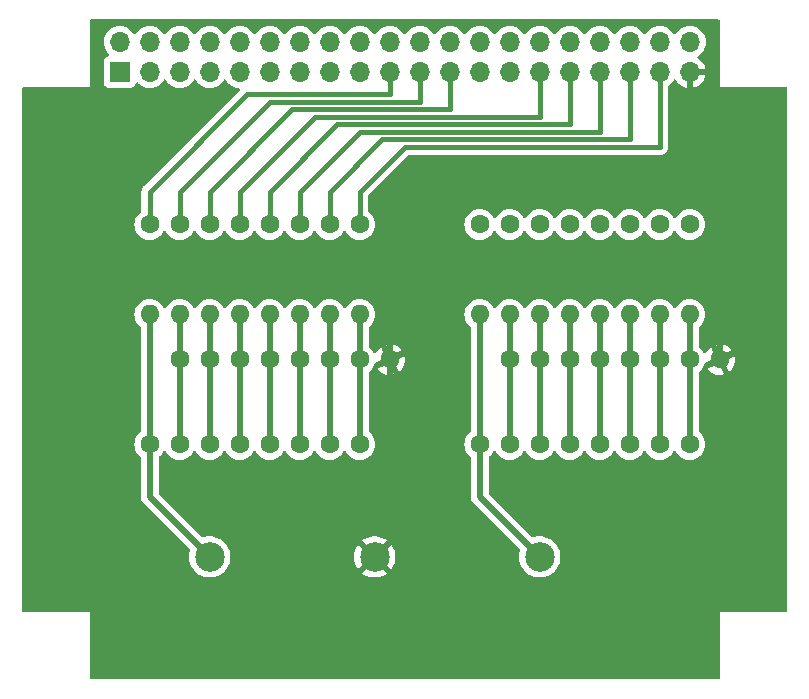
<source format=gbl>
%TF.GenerationSoftware,KiCad,Pcbnew,7.0.8*%
%TF.CreationDate,2024-01-29T19:48:48+09:00*%
%TF.ProjectId,DAC8bit,44414338-6269-4742-9e6b-696361645f70,rev?*%
%TF.SameCoordinates,Original*%
%TF.FileFunction,Copper,L2,Bot*%
%TF.FilePolarity,Positive*%
%FSLAX46Y46*%
G04 Gerber Fmt 4.6, Leading zero omitted, Abs format (unit mm)*
G04 Created by KiCad (PCBNEW 7.0.8) date 2024-01-29 19:48:48*
%MOMM*%
%LPD*%
G01*
G04 APERTURE LIST*
G04 Aperture macros list*
%AMHorizOval*
0 Thick line with rounded ends*
0 $1 width*
0 $2 $3 position (X,Y) of the first rounded end (center of the circle)*
0 $4 $5 position (X,Y) of the second rounded end (center of the circle)*
0 Add line between two ends*
20,1,$1,$2,$3,$4,$5,0*
0 Add two circle primitives to create the rounded ends*
1,1,$1,$2,$3*
1,1,$1,$4,$5*%
G04 Aperture macros list end*
%TA.AperFunction,ComponentPad*%
%ADD10C,2.500000*%
%TD*%
%TA.AperFunction,ComponentPad*%
%ADD11C,1.600000*%
%TD*%
%TA.AperFunction,ComponentPad*%
%ADD12HorizOval,1.600000X0.000000X0.000000X0.000000X0.000000X0*%
%TD*%
%TA.AperFunction,ComponentPad*%
%ADD13O,1.600000X1.600000*%
%TD*%
%TA.AperFunction,ComponentPad*%
%ADD14R,1.700000X1.700000*%
%TD*%
%TA.AperFunction,ComponentPad*%
%ADD15O,1.700000X1.700000*%
%TD*%
%TA.AperFunction,Conductor*%
%ADD16C,0.500000*%
%TD*%
%TA.AperFunction,Conductor*%
%ADD17C,0.250000*%
%TD*%
%TA.AperFunction,Conductor*%
%ADD18C,0.400000*%
%TD*%
G04 APERTURE END LIST*
D10*
%TO.P,TP3,1,1*%
%TO.N,GND*%
X159210000Y-123502130D03*
%TD*%
D11*
%TO.P,R28,1*%
%TO.N,Net-(R21-Pad2)*%
X178259924Y-106792871D03*
D12*
%TO.P,R28,2*%
%TO.N,Net-(R20-Pad2)*%
X175720077Y-113977130D03*
%TD*%
D11*
%TO.P,R6,1*%
%TO.N,axis_y3*%
X152859924Y-95362871D03*
D13*
%TO.P,R6,2*%
%TO.N,Net-(R13-Pad1)*%
X152859924Y-102982871D03*
%TD*%
D11*
%TO.P,R11,1*%
%TO.N,Net-(R11-Pad1)*%
X147779924Y-106792871D03*
D12*
%TO.P,R11,2*%
%TO.N,Net-(R10-Pad1)*%
X145240077Y-113977130D03*
%TD*%
D11*
%TO.P,R8,1*%
%TO.N,axis_y1*%
X157939924Y-95362871D03*
D13*
%TO.P,R8,2*%
%TO.N,Net-(R15-Pad1)*%
X157939924Y-102982871D03*
%TD*%
D11*
%TO.P,R1,1*%
%TO.N,axis_y8*%
X140159924Y-95362871D03*
D13*
%TO.P,R1,2*%
%TO.N,Net-(R1-Pad2)*%
X140159924Y-102982871D03*
%TD*%
D11*
%TO.P,R24,1*%
%TO.N,axis_x1*%
X185879924Y-95362871D03*
D13*
%TO.P,R24,2*%
%TO.N,Net-(R24-Pad2)*%
X185879924Y-102982871D03*
%TD*%
D11*
%TO.P,R20,1*%
%TO.N,axis_x5*%
X175719924Y-95362871D03*
D13*
%TO.P,R20,2*%
%TO.N,Net-(R20-Pad2)*%
X175719924Y-102982871D03*
%TD*%
D11*
%TO.P,R16,1*%
%TO.N,GND*%
X160479924Y-106792871D03*
D12*
%TO.P,R16,2*%
%TO.N,Net-(R15-Pad1)*%
X157940077Y-113977130D03*
%TD*%
D11*
%TO.P,R7,1*%
%TO.N,axis_y2*%
X155399924Y-95362871D03*
D13*
%TO.P,R7,2*%
%TO.N,Net-(R14-Pad1)*%
X155399924Y-102982871D03*
%TD*%
D11*
%TO.P,R3,1*%
%TO.N,axis_y6*%
X145239924Y-95362871D03*
D13*
%TO.P,R3,2*%
%TO.N,Net-(R10-Pad1)*%
X145239924Y-102982871D03*
%TD*%
D10*
%TO.P,TP2,1,1*%
%TO.N,Net-(R17-Pad2)*%
X173180077Y-123502130D03*
%TD*%
D11*
%TO.P,R27,1*%
%TO.N,Net-(R20-Pad2)*%
X175719924Y-106792871D03*
D12*
%TO.P,R27,2*%
%TO.N,Net-(R19-Pad2)*%
X173180077Y-113977130D03*
%TD*%
D10*
%TO.P,TP1,1,1*%
%TO.N,Net-(R1-Pad2)*%
X145240077Y-123502130D03*
%TD*%
D11*
%TO.P,R23,1*%
%TO.N,axis_x2*%
X183339924Y-95362871D03*
D13*
%TO.P,R23,2*%
%TO.N,Net-(R23-Pad2)*%
X183339924Y-102982871D03*
%TD*%
D11*
%TO.P,R30,1*%
%TO.N,Net-(R23-Pad2)*%
X183339924Y-106792871D03*
D12*
%TO.P,R30,2*%
%TO.N,Net-(R22-Pad2)*%
X180800077Y-113977130D03*
%TD*%
D11*
%TO.P,R9,1*%
%TO.N,Net-(R10-Pad2)*%
X142699924Y-106792871D03*
D12*
%TO.P,R9,2*%
%TO.N,Net-(R1-Pad2)*%
X140160077Y-113977130D03*
%TD*%
D11*
%TO.P,R18,1*%
%TO.N,axis_x7*%
X170639924Y-95362871D03*
D13*
%TO.P,R18,2*%
%TO.N,Net-(R18-Pad2)*%
X170639924Y-102982871D03*
%TD*%
D11*
%TO.P,R4,1*%
%TO.N,axis_y5*%
X147779924Y-95362871D03*
D13*
%TO.P,R4,2*%
%TO.N,Net-(R11-Pad1)*%
X147779924Y-102982871D03*
%TD*%
D11*
%TO.P,R32,1*%
%TO.N,GND*%
X188419924Y-106792871D03*
D12*
%TO.P,R32,2*%
%TO.N,Net-(R24-Pad2)*%
X185880077Y-113977130D03*
%TD*%
D11*
%TO.P,R21,1*%
%TO.N,axis_x4*%
X178259924Y-95362871D03*
D13*
%TO.P,R21,2*%
%TO.N,Net-(R21-Pad2)*%
X178259924Y-102982871D03*
%TD*%
D11*
%TO.P,R5,1*%
%TO.N,axis_y4*%
X150319924Y-95362871D03*
D13*
%TO.P,R5,2*%
%TO.N,Net-(R12-Pad1)*%
X150319924Y-102982871D03*
%TD*%
D11*
%TO.P,R14,1*%
%TO.N,Net-(R14-Pad1)*%
X155399924Y-106792871D03*
D12*
%TO.P,R14,2*%
%TO.N,Net-(R13-Pad1)*%
X152860077Y-113977130D03*
%TD*%
D11*
%TO.P,R15,1*%
%TO.N,Net-(R15-Pad1)*%
X157939924Y-106792871D03*
D12*
%TO.P,R15,2*%
%TO.N,Net-(R14-Pad1)*%
X155400077Y-113977130D03*
%TD*%
D14*
%TO.P,J1,1,Pin_1*%
%TO.N,unconnected-(J1-Pin_1-Pad1)*%
X137620000Y-82445000D03*
D15*
%TO.P,J1,2,Pin_2*%
%TO.N,unconnected-(J1-Pin_2-Pad2)*%
X137620000Y-79905000D03*
%TO.P,J1,3,Pin_3*%
%TO.N,unconnected-(J1-Pin_3-Pad3)*%
X140160000Y-82445000D03*
%TO.P,J1,4,Pin_4*%
%TO.N,unconnected-(J1-Pin_4-Pad4)*%
X140160000Y-79905000D03*
%TO.P,J1,5,Pin_5*%
%TO.N,unconnected-(J1-Pin_5-Pad5)*%
X142700000Y-82445000D03*
%TO.P,J1,6,Pin_6*%
%TO.N,unconnected-(J1-Pin_6-Pad6)*%
X142700000Y-79905000D03*
%TO.P,J1,7,Pin_7*%
%TO.N,unconnected-(J1-Pin_7-Pad7)*%
X145240000Y-82445000D03*
%TO.P,J1,8,Pin_8*%
%TO.N,unconnected-(J1-Pin_8-Pad8)*%
X145240000Y-79905000D03*
%TO.P,J1,9,Pin_9*%
%TO.N,unconnected-(J1-Pin_9-Pad9)*%
X147780000Y-82445000D03*
%TO.P,J1,10,Pin_10*%
%TO.N,unconnected-(J1-Pin_10-Pad10)*%
X147780000Y-79905000D03*
%TO.P,J1,11,Pin_11*%
%TO.N,unconnected-(J1-Pin_11-Pad11)*%
X150320000Y-82445000D03*
%TO.P,J1,12,Pin_12*%
%TO.N,unconnected-(J1-Pin_12-Pad12)*%
X150320000Y-79905000D03*
%TO.P,J1,13,Pin_13*%
%TO.N,unconnected-(J1-Pin_13-Pad13)*%
X152860000Y-82445000D03*
%TO.P,J1,14,Pin_14*%
%TO.N,unconnected-(J1-Pin_14-Pad14)*%
X152860000Y-79905000D03*
%TO.P,J1,15,Pin_15*%
%TO.N,unconnected-(J1-Pin_15-Pad15)*%
X155400000Y-82445000D03*
%TO.P,J1,16,Pin_16*%
%TO.N,unconnected-(J1-Pin_16-Pad16)*%
X155400000Y-79905000D03*
%TO.P,J1,17,Pin_17*%
%TO.N,unconnected-(J1-Pin_17-Pad17)*%
X157940000Y-82445000D03*
%TO.P,J1,18,Pin_18*%
%TO.N,axis_x8*%
X157940000Y-79905000D03*
%TO.P,J1,19,Pin_19*%
%TO.N,axis_y8*%
X160480000Y-82445000D03*
%TO.P,J1,20,Pin_20*%
%TO.N,unconnected-(J1-Pin_20-Pad20)*%
X160480000Y-79905000D03*
%TO.P,J1,21,Pin_21*%
%TO.N,axis_y7*%
X163020000Y-82445000D03*
%TO.P,J1,22,Pin_22*%
%TO.N,unconnected-(J1-Pin_22-Pad22)*%
X163020000Y-79905000D03*
%TO.P,J1,23,Pin_23*%
%TO.N,axis_y6*%
X165560000Y-82445000D03*
%TO.P,J1,24,Pin_24*%
%TO.N,axis_x7*%
X165560000Y-79905000D03*
%TO.P,J1,25,Pin_25*%
%TO.N,unconnected-(J1-Pin_25-Pad25)*%
X168100000Y-82445000D03*
%TO.P,J1,26,Pin_26*%
%TO.N,axis_x6*%
X168100000Y-79905000D03*
%TO.P,J1,27,Pin_27*%
%TO.N,unconnected-(J1-Pin_27-Pad27)*%
X170640000Y-82445000D03*
%TO.P,J1,28,Pin_28*%
%TO.N,axis_x5*%
X170640000Y-79905000D03*
%TO.P,J1,29,Pin_29*%
%TO.N,axis_y5*%
X173180000Y-82445000D03*
%TO.P,J1,30,Pin_30*%
%TO.N,unconnected-(J1-Pin_30-Pad30)*%
X173180000Y-79905000D03*
%TO.P,J1,31,Pin_31*%
%TO.N,axis_y4*%
X175720000Y-82445000D03*
%TO.P,J1,32,Pin_32*%
%TO.N,axis_x4*%
X175720000Y-79905000D03*
%TO.P,J1,33,Pin_33*%
%TO.N,axis_y3*%
X178260000Y-82445000D03*
%TO.P,J1,34,Pin_34*%
%TO.N,unconnected-(J1-Pin_34-Pad34)*%
X178260000Y-79905000D03*
%TO.P,J1,35,Pin_35*%
%TO.N,axis_y2*%
X180800000Y-82445000D03*
%TO.P,J1,36,Pin_36*%
%TO.N,axis_x3*%
X180800000Y-79905000D03*
%TO.P,J1,37,Pin_37*%
%TO.N,axis_y1*%
X183340000Y-82445000D03*
%TO.P,J1,38,Pin_38*%
%TO.N,axis_x2*%
X183340000Y-79905000D03*
%TO.P,J1,39,Pin_39*%
%TO.N,GND*%
X185880000Y-82445000D03*
%TO.P,J1,40,Pin_40*%
%TO.N,axis_x1*%
X185880000Y-79905000D03*
%TD*%
D11*
%TO.P,R31,1*%
%TO.N,Net-(R24-Pad2)*%
X185879924Y-106792871D03*
D12*
%TO.P,R31,2*%
%TO.N,Net-(R23-Pad2)*%
X183340077Y-113977130D03*
%TD*%
D11*
%TO.P,R13,1*%
%TO.N,Net-(R13-Pad1)*%
X152859924Y-106792871D03*
D12*
%TO.P,R13,2*%
%TO.N,Net-(R12-Pad1)*%
X150320077Y-113977130D03*
%TD*%
D11*
%TO.P,R22,1*%
%TO.N,axis_x3*%
X180799924Y-95362871D03*
D13*
%TO.P,R22,2*%
%TO.N,Net-(R22-Pad2)*%
X180799924Y-102982871D03*
%TD*%
D11*
%TO.P,R25,1*%
%TO.N,Net-(R18-Pad2)*%
X170639924Y-106792871D03*
D12*
%TO.P,R25,2*%
%TO.N,Net-(R17-Pad2)*%
X168100077Y-113977130D03*
%TD*%
D11*
%TO.P,R26,1*%
%TO.N,Net-(R19-Pad2)*%
X173179924Y-106792871D03*
D12*
%TO.P,R26,2*%
%TO.N,Net-(R18-Pad2)*%
X170640077Y-113977130D03*
%TD*%
D11*
%TO.P,R19,1*%
%TO.N,axis_x6*%
X173179924Y-95362871D03*
D13*
%TO.P,R19,2*%
%TO.N,Net-(R19-Pad2)*%
X173179924Y-102982871D03*
%TD*%
D11*
%TO.P,R29,1*%
%TO.N,Net-(R22-Pad2)*%
X180799924Y-106792871D03*
D12*
%TO.P,R29,2*%
%TO.N,Net-(R21-Pad2)*%
X178260077Y-113977130D03*
%TD*%
D11*
%TO.P,R2,1*%
%TO.N,axis_y7*%
X142699924Y-95362871D03*
D13*
%TO.P,R2,2*%
%TO.N,Net-(R10-Pad2)*%
X142699924Y-102982871D03*
%TD*%
D11*
%TO.P,R10,1*%
%TO.N,Net-(R10-Pad1)*%
X145239924Y-106792871D03*
D12*
%TO.P,R10,2*%
%TO.N,Net-(R10-Pad2)*%
X142700077Y-113977130D03*
%TD*%
D11*
%TO.P,R17,1*%
%TO.N,axis_x8*%
X168099924Y-95362871D03*
D13*
%TO.P,R17,2*%
%TO.N,Net-(R17-Pad2)*%
X168099924Y-102982871D03*
%TD*%
D11*
%TO.P,R12,1*%
%TO.N,Net-(R12-Pad1)*%
X150319924Y-106792871D03*
D12*
%TO.P,R12,2*%
%TO.N,Net-(R11-Pad1)*%
X147780077Y-113977130D03*
%TD*%
D16*
%TO.N,GND*%
X163020000Y-90065000D02*
X160479924Y-92605076D01*
X188419924Y-92605076D02*
X188419924Y-106792871D01*
X160479924Y-106792871D02*
X160479924Y-122232206D01*
X185880000Y-90065000D02*
X188420000Y-92605000D01*
X160479924Y-92605076D02*
X160479924Y-106792871D01*
D17*
X188420000Y-92605000D02*
X188419924Y-92605076D01*
D16*
X185880000Y-90065000D02*
X163020000Y-90065000D01*
X185880000Y-82445000D02*
X185880000Y-90065000D01*
D17*
X185880000Y-90065000D02*
X185880000Y-89430153D01*
X160479924Y-106792871D02*
X160480077Y-106793024D01*
D16*
X160479924Y-122232206D02*
X159210000Y-123502130D01*
D17*
X185880000Y-89430153D02*
X185880153Y-89430000D01*
D16*
%TO.N,Net-(R17-Pad2)*%
X168099924Y-102982871D02*
X168099924Y-113976977D01*
X173180077Y-123502130D02*
X168100077Y-118422130D01*
D17*
X168099924Y-113976977D02*
X168100077Y-113977130D01*
D16*
X168100077Y-118422130D02*
X168100077Y-113977130D01*
D17*
%TO.N,Net-(R1-Pad2)*%
X140159924Y-113976977D02*
X140160077Y-113977130D01*
D16*
X140159924Y-102982871D02*
X140159924Y-113976977D01*
X140160077Y-118422130D02*
X140160077Y-113977130D01*
X145240077Y-123502130D02*
X140160077Y-118422130D01*
D17*
X140159924Y-113977283D02*
X140160077Y-113977130D01*
%TO.N,Net-(R10-Pad1)*%
X145239924Y-113976977D02*
X145240077Y-113977130D01*
D16*
X145239924Y-106792871D02*
X145239924Y-113976977D01*
X145239924Y-102982871D02*
X145239924Y-106792871D01*
D17*
%TO.N,Net-(R11-Pad1)*%
X147779924Y-113976977D02*
X147780077Y-113977130D01*
D16*
X147779924Y-102982871D02*
X147779924Y-113976977D01*
%TO.N,Net-(R12-Pad1)*%
X150319924Y-102982871D02*
X150319924Y-113976977D01*
D17*
X150319924Y-113976977D02*
X150320077Y-113977130D01*
D16*
%TO.N,Net-(R13-Pad1)*%
X152859924Y-102982871D02*
X152859924Y-113976977D01*
D17*
X152859924Y-113976977D02*
X152860077Y-113977130D01*
D16*
%TO.N,Net-(R14-Pad1)*%
X155399924Y-102982871D02*
X155399924Y-113976977D01*
D17*
X155399924Y-113976977D02*
X155400077Y-113977130D01*
%TO.N,Net-(R15-Pad1)*%
X157939924Y-113976977D02*
X157940077Y-113977130D01*
D16*
X157939924Y-102982871D02*
X157939924Y-113976977D01*
%TO.N,Net-(R10-Pad2)*%
X142699924Y-106792871D02*
X142699924Y-113976977D01*
X142699924Y-102982871D02*
X142699924Y-106792871D01*
D17*
X142699924Y-113976977D02*
X142700077Y-113977130D01*
D18*
%TO.N,axis_y8*%
X160480000Y-84350000D02*
X148415000Y-84350000D01*
X160480000Y-82445000D02*
X160480000Y-84350000D01*
X148415000Y-84350000D02*
X140159924Y-92605076D01*
X140159924Y-92605076D02*
X140159924Y-95362871D01*
%TO.N,axis_y7*%
X163020000Y-82445000D02*
X163020000Y-84985000D01*
X150320000Y-84985000D02*
X142699924Y-92605076D01*
X142699924Y-92605076D02*
X142699924Y-95362871D01*
X163020000Y-84985000D02*
X150320000Y-84985000D01*
D17*
%TO.N,Net-(R18-Pad2)*%
X170639924Y-113976977D02*
X170640077Y-113977130D01*
D16*
X170639924Y-102982871D02*
X170639924Y-113976977D01*
D18*
%TO.N,axis_y6*%
X165560000Y-82445000D02*
X165560000Y-85620000D01*
X152225000Y-85620000D02*
X145239924Y-92605076D01*
X165560000Y-85620000D02*
X152225000Y-85620000D01*
X145239924Y-92605076D02*
X145239924Y-95362871D01*
D16*
%TO.N,Net-(R19-Pad2)*%
X173179924Y-102982871D02*
X173179924Y-113976977D01*
D17*
X173179924Y-113976977D02*
X173180077Y-113977130D01*
D18*
%TO.N,axis_y5*%
X154130000Y-86255000D02*
X147779924Y-92605076D01*
X173180000Y-82445000D02*
X173180000Y-86255000D01*
X147779924Y-92605076D02*
X147779924Y-95362871D01*
X173180000Y-86255000D02*
X154130000Y-86255000D01*
D17*
%TO.N,Net-(R20-Pad2)*%
X175719924Y-113976977D02*
X175720077Y-113977130D01*
D16*
X175719924Y-102982871D02*
X175719924Y-113976977D01*
D18*
%TO.N,axis_y4*%
X175720000Y-86890000D02*
X156035000Y-86890000D01*
X150319924Y-92605076D02*
X150319924Y-95362871D01*
X156035000Y-86890000D02*
X150319924Y-92605076D01*
X175720000Y-82445000D02*
X175720000Y-86890000D01*
D16*
%TO.N,Net-(R21-Pad2)*%
X178259924Y-102982871D02*
X178259924Y-113976977D01*
D17*
X178259924Y-113976977D02*
X178260077Y-113977130D01*
D18*
%TO.N,axis_y3*%
X157940000Y-87525000D02*
X152859924Y-92605076D01*
X178260000Y-82445000D02*
X178260000Y-87525000D01*
X152859924Y-92605076D02*
X152859924Y-95362871D01*
X178260000Y-87525000D02*
X157940000Y-87525000D01*
D17*
%TO.N,Net-(R22-Pad2)*%
X180800077Y-102983024D02*
X180799924Y-102982871D01*
D16*
X180800077Y-113977130D02*
X180800077Y-102983024D01*
D18*
%TO.N,axis_y2*%
X155399924Y-92605076D02*
X155399924Y-95362871D01*
X159845000Y-88160000D02*
X155399924Y-92605076D01*
X180800000Y-82445000D02*
X180800000Y-88160000D01*
X180800000Y-88160000D02*
X159845000Y-88160000D01*
D16*
%TO.N,Net-(R23-Pad2)*%
X183339924Y-102982871D02*
X183339924Y-113976977D01*
D17*
X183339924Y-113976977D02*
X183340077Y-113977130D01*
D18*
%TO.N,axis_y1*%
X161750000Y-88795000D02*
X157939924Y-92605076D01*
X183340000Y-88795000D02*
X161750000Y-88795000D01*
X157939924Y-92605076D02*
X157939924Y-95362871D01*
X183340000Y-82445000D02*
X183340000Y-88795000D01*
D17*
%TO.N,Net-(R24-Pad2)*%
X185880077Y-102983024D02*
X185879924Y-102982871D01*
D16*
X185880077Y-113977130D02*
X185880077Y-102983024D01*
%TD*%
%TA.AperFunction,Conductor*%
%TO.N,GND*%
G36*
X188363039Y-78019685D02*
G01*
X188408794Y-78072489D01*
X188420000Y-78124000D01*
X188420000Y-83715000D01*
X194011000Y-83715000D01*
X194078039Y-83734685D01*
X194123794Y-83787489D01*
X194135000Y-83839000D01*
X194135000Y-128041000D01*
X194115315Y-128108039D01*
X194062511Y-128153794D01*
X194011000Y-128165000D01*
X188420000Y-128165000D01*
X188420000Y-133756000D01*
X188400315Y-133823039D01*
X188347511Y-133868794D01*
X188296000Y-133880000D01*
X135204000Y-133880000D01*
X135136961Y-133860315D01*
X135091206Y-133807511D01*
X135080000Y-133756000D01*
X135080000Y-128165000D01*
X132540000Y-128165000D01*
X131270000Y-128165000D01*
X129489000Y-128165000D01*
X129421961Y-128145315D01*
X129376206Y-128092511D01*
X129365000Y-128041000D01*
X129365000Y-102982872D01*
X138854456Y-102982872D01*
X138874288Y-103209557D01*
X138874290Y-103209568D01*
X138933182Y-103429359D01*
X138933185Y-103429368D01*
X139029355Y-103635603D01*
X139029356Y-103635605D01*
X139159878Y-103822012D01*
X139320783Y-103982917D01*
X139356545Y-104007957D01*
X139400171Y-104062533D01*
X139409424Y-104109533D01*
X139409424Y-112850573D01*
X139389739Y-112917612D01*
X139356550Y-112952146D01*
X139320942Y-112977079D01*
X139320940Y-112977081D01*
X139160028Y-113137992D01*
X139029509Y-113324395D01*
X139029508Y-113324397D01*
X138933338Y-113530632D01*
X138933335Y-113530641D01*
X138874443Y-113750432D01*
X138874441Y-113750443D01*
X138854609Y-113977128D01*
X138854609Y-113977131D01*
X138874441Y-114203816D01*
X138874443Y-114203827D01*
X138933335Y-114423618D01*
X138933338Y-114423627D01*
X139029508Y-114629862D01*
X139029509Y-114629864D01*
X139160031Y-114816271D01*
X139320936Y-114977176D01*
X139356698Y-115002216D01*
X139400324Y-115056792D01*
X139409577Y-115103792D01*
X139409577Y-118358424D01*
X139408268Y-118376393D01*
X139404787Y-118400155D01*
X139409341Y-118452194D01*
X139409577Y-118457600D01*
X139409577Y-118465839D01*
X139413383Y-118498404D01*
X139420077Y-118574921D01*
X139421538Y-118581997D01*
X139421480Y-118582008D01*
X139423111Y-118589367D01*
X139423169Y-118589354D01*
X139424834Y-118596380D01*
X139451102Y-118668554D01*
X139475262Y-118741461D01*
X139478313Y-118748004D01*
X139478259Y-118748028D01*
X139481547Y-118754818D01*
X139481598Y-118754793D01*
X139484838Y-118761243D01*
X139484839Y-118761244D01*
X139484840Y-118761247D01*
X139527042Y-118825413D01*
X139567364Y-118890785D01*
X139571843Y-118896449D01*
X139571796Y-118896486D01*
X139576559Y-118902332D01*
X139576605Y-118902294D01*
X139581250Y-118907830D01*
X139637094Y-118960515D01*
X143533076Y-122856497D01*
X143566561Y-122917820D01*
X143563887Y-122980725D01*
X143562655Y-122984716D01*
X143504274Y-123240504D01*
X143504273Y-123240509D01*
X143484669Y-123502125D01*
X143484669Y-123502134D01*
X143504273Y-123763750D01*
X143504274Y-123763755D01*
X143562653Y-124019532D01*
X143562655Y-124019541D01*
X143562657Y-124019546D01*
X143658509Y-124263773D01*
X143789691Y-124490987D01*
X143921813Y-124656663D01*
X143953275Y-124696115D01*
X144134830Y-124864571D01*
X144145598Y-124874563D01*
X144362373Y-125022358D01*
X144362378Y-125022360D01*
X144362379Y-125022361D01*
X144362380Y-125022362D01*
X144487920Y-125082818D01*
X144598750Y-125136191D01*
X144598751Y-125136191D01*
X144598754Y-125136193D01*
X144849462Y-125213526D01*
X145108895Y-125252630D01*
X145371259Y-125252630D01*
X145630692Y-125213526D01*
X145881400Y-125136193D01*
X146117781Y-125022358D01*
X146334556Y-124874563D01*
X146526882Y-124696111D01*
X146690463Y-124490987D01*
X146821645Y-124263773D01*
X146917497Y-124019546D01*
X146975879Y-123763760D01*
X146975885Y-123763680D01*
X146995485Y-123502134D01*
X157455093Y-123502134D01*
X157474692Y-123763675D01*
X157474693Y-123763680D01*
X157533058Y-124019400D01*
X157628883Y-124263556D01*
X157628882Y-124263556D01*
X157760030Y-124490707D01*
X157807873Y-124550701D01*
X157807874Y-124550701D01*
X158647226Y-123711349D01*
X158685901Y-123804718D01*
X158782075Y-123930055D01*
X158907412Y-124026229D01*
X159000779Y-124064902D01*
X158160831Y-124904850D01*
X158332546Y-125021923D01*
X158332550Y-125021925D01*
X158568854Y-125135724D01*
X158568858Y-125135725D01*
X158819494Y-125213037D01*
X158819500Y-125213039D01*
X159078848Y-125252129D01*
X159078857Y-125252130D01*
X159341143Y-125252130D01*
X159341151Y-125252129D01*
X159600499Y-125213039D01*
X159600505Y-125213037D01*
X159851143Y-125135725D01*
X160087445Y-125021928D01*
X160087456Y-125021921D01*
X160259167Y-124904850D01*
X159419220Y-124064902D01*
X159512588Y-124026229D01*
X159637925Y-123930055D01*
X159734099Y-123804719D01*
X159772773Y-123711350D01*
X160612124Y-124550701D01*
X160659974Y-124490700D01*
X160791116Y-124263556D01*
X160886941Y-124019400D01*
X160945306Y-123763680D01*
X160945307Y-123763675D01*
X160964907Y-123502134D01*
X160964907Y-123502125D01*
X160945307Y-123240584D01*
X160945306Y-123240579D01*
X160886941Y-122984859D01*
X160791116Y-122740703D01*
X160791117Y-122740703D01*
X160659971Y-122513556D01*
X160612125Y-122453557D01*
X159772772Y-123292909D01*
X159734099Y-123199542D01*
X159637925Y-123074205D01*
X159512588Y-122978031D01*
X159419219Y-122939356D01*
X160259167Y-122099408D01*
X160087447Y-121982332D01*
X160087445Y-121982331D01*
X159851142Y-121868534D01*
X159851144Y-121868534D01*
X159600505Y-121791222D01*
X159600499Y-121791220D01*
X159341151Y-121752130D01*
X159078848Y-121752130D01*
X158819500Y-121791220D01*
X158819494Y-121791222D01*
X158568858Y-121868534D01*
X158568854Y-121868535D01*
X158332550Y-121982334D01*
X158332546Y-121982336D01*
X158160832Y-122099408D01*
X159000780Y-122939356D01*
X158907412Y-122978031D01*
X158782075Y-123074205D01*
X158685901Y-123199541D01*
X158647226Y-123292910D01*
X157807873Y-122453557D01*
X157760029Y-122513553D01*
X157628883Y-122740703D01*
X157533058Y-122984859D01*
X157474693Y-123240579D01*
X157474692Y-123240584D01*
X157455093Y-123502125D01*
X157455093Y-123502134D01*
X146995485Y-123502134D01*
X146995485Y-123502125D01*
X146975880Y-123240509D01*
X146975879Y-123240504D01*
X146975879Y-123240500D01*
X146917497Y-122984714D01*
X146821645Y-122740487D01*
X146690463Y-122513273D01*
X146526882Y-122308149D01*
X146526881Y-122308148D01*
X146526878Y-122308144D01*
X146334556Y-122129697D01*
X146290130Y-122099408D01*
X146117781Y-121981902D01*
X146117777Y-121981900D01*
X146117774Y-121981898D01*
X146117773Y-121981897D01*
X145881402Y-121868068D01*
X145881404Y-121868068D01*
X145630700Y-121790736D01*
X145630696Y-121790735D01*
X145630692Y-121790734D01*
X145505900Y-121771924D01*
X145371264Y-121751630D01*
X145371259Y-121751630D01*
X145108895Y-121751630D01*
X145108889Y-121751630D01*
X144947324Y-121775983D01*
X144849462Y-121790734D01*
X144849459Y-121790735D01*
X144849449Y-121790737D01*
X144722599Y-121829865D01*
X144652736Y-121830815D01*
X144598369Y-121799055D01*
X140946896Y-118147581D01*
X140913411Y-118086258D01*
X140910577Y-118059900D01*
X140910577Y-115103792D01*
X140930262Y-115036753D01*
X140963456Y-115002216D01*
X140999217Y-114977176D01*
X141160122Y-114816271D01*
X141160124Y-114816269D01*
X141290645Y-114629864D01*
X141317695Y-114571854D01*
X141363867Y-114519415D01*
X141431060Y-114500263D01*
X141497942Y-114520478D01*
X141542459Y-114571855D01*
X141569506Y-114629858D01*
X141569509Y-114629864D01*
X141700031Y-114816271D01*
X141860935Y-114977175D01*
X141860938Y-114977177D01*
X142047343Y-115107698D01*
X142253581Y-115203869D01*
X142473385Y-115262765D01*
X142635307Y-115276931D01*
X142700075Y-115282598D01*
X142700077Y-115282598D01*
X142700079Y-115282598D01*
X142756750Y-115277639D01*
X142926769Y-115262765D01*
X143146573Y-115203869D01*
X143352811Y-115107698D01*
X143539216Y-114977177D01*
X143700124Y-114816269D01*
X143830645Y-114629864D01*
X143857695Y-114571854D01*
X143903867Y-114519415D01*
X143971060Y-114500263D01*
X144037942Y-114520478D01*
X144082459Y-114571855D01*
X144109506Y-114629858D01*
X144109509Y-114629864D01*
X144240031Y-114816271D01*
X144400935Y-114977175D01*
X144400938Y-114977177D01*
X144587343Y-115107698D01*
X144793581Y-115203869D01*
X145013385Y-115262765D01*
X145175307Y-115276931D01*
X145240075Y-115282598D01*
X145240077Y-115282598D01*
X145240079Y-115282598D01*
X145296750Y-115277639D01*
X145466769Y-115262765D01*
X145686573Y-115203869D01*
X145892811Y-115107698D01*
X146079216Y-114977177D01*
X146240124Y-114816269D01*
X146370645Y-114629864D01*
X146397695Y-114571854D01*
X146443867Y-114519415D01*
X146511060Y-114500263D01*
X146577942Y-114520478D01*
X146622459Y-114571855D01*
X146649506Y-114629858D01*
X146649509Y-114629864D01*
X146780031Y-114816271D01*
X146940935Y-114977175D01*
X146940938Y-114977177D01*
X147127343Y-115107698D01*
X147333581Y-115203869D01*
X147553385Y-115262765D01*
X147715307Y-115276931D01*
X147780075Y-115282598D01*
X147780077Y-115282598D01*
X147780079Y-115282598D01*
X147836750Y-115277639D01*
X148006769Y-115262765D01*
X148226573Y-115203869D01*
X148432811Y-115107698D01*
X148619216Y-114977177D01*
X148780124Y-114816269D01*
X148910645Y-114629864D01*
X148937695Y-114571854D01*
X148983867Y-114519415D01*
X149051060Y-114500263D01*
X149117942Y-114520478D01*
X149162459Y-114571855D01*
X149189506Y-114629858D01*
X149189509Y-114629864D01*
X149320031Y-114816271D01*
X149480935Y-114977175D01*
X149480938Y-114977177D01*
X149667343Y-115107698D01*
X149873581Y-115203869D01*
X150093385Y-115262765D01*
X150255307Y-115276931D01*
X150320075Y-115282598D01*
X150320077Y-115282598D01*
X150320079Y-115282598D01*
X150376750Y-115277639D01*
X150546769Y-115262765D01*
X150766573Y-115203869D01*
X150972811Y-115107698D01*
X151159216Y-114977177D01*
X151320124Y-114816269D01*
X151450645Y-114629864D01*
X151477695Y-114571854D01*
X151523867Y-114519415D01*
X151591060Y-114500263D01*
X151657942Y-114520478D01*
X151702459Y-114571855D01*
X151729506Y-114629858D01*
X151729509Y-114629864D01*
X151860031Y-114816271D01*
X152020935Y-114977175D01*
X152020938Y-114977177D01*
X152207343Y-115107698D01*
X152413581Y-115203869D01*
X152633385Y-115262765D01*
X152795307Y-115276931D01*
X152860075Y-115282598D01*
X152860077Y-115282598D01*
X152860079Y-115282598D01*
X152916750Y-115277639D01*
X153086769Y-115262765D01*
X153306573Y-115203869D01*
X153512811Y-115107698D01*
X153699216Y-114977177D01*
X153860124Y-114816269D01*
X153990645Y-114629864D01*
X154017695Y-114571854D01*
X154063867Y-114519415D01*
X154131060Y-114500263D01*
X154197942Y-114520478D01*
X154242459Y-114571855D01*
X154269506Y-114629858D01*
X154269509Y-114629864D01*
X154400031Y-114816271D01*
X154560935Y-114977175D01*
X154560938Y-114977177D01*
X154747343Y-115107698D01*
X154953581Y-115203869D01*
X155173385Y-115262765D01*
X155335307Y-115276931D01*
X155400075Y-115282598D01*
X155400077Y-115282598D01*
X155400079Y-115282598D01*
X155456750Y-115277639D01*
X155626769Y-115262765D01*
X155846573Y-115203869D01*
X156052811Y-115107698D01*
X156239216Y-114977177D01*
X156400124Y-114816269D01*
X156530645Y-114629864D01*
X156557695Y-114571854D01*
X156603867Y-114519415D01*
X156671060Y-114500263D01*
X156737942Y-114520478D01*
X156782459Y-114571855D01*
X156809506Y-114629858D01*
X156809509Y-114629864D01*
X156940031Y-114816271D01*
X157100935Y-114977175D01*
X157100938Y-114977177D01*
X157287343Y-115107698D01*
X157493581Y-115203869D01*
X157713385Y-115262765D01*
X157875307Y-115276931D01*
X157940075Y-115282598D01*
X157940077Y-115282598D01*
X157940079Y-115282598D01*
X157996750Y-115277639D01*
X158166769Y-115262765D01*
X158386573Y-115203869D01*
X158592811Y-115107698D01*
X158779216Y-114977177D01*
X158940124Y-114816269D01*
X159070645Y-114629864D01*
X159166816Y-114423626D01*
X159225712Y-114203822D01*
X159245545Y-113977130D01*
X159225712Y-113750438D01*
X159166816Y-113530634D01*
X159070645Y-113324396D01*
X158940124Y-113137991D01*
X158779216Y-112977083D01*
X158767946Y-112969192D01*
X158743298Y-112951932D01*
X158699674Y-112897354D01*
X158690424Y-112850359D01*
X158690424Y-107919533D01*
X158710109Y-107852494D01*
X158743303Y-107817957D01*
X158779064Y-107792917D01*
X158939969Y-107632012D01*
X158939971Y-107632010D01*
X159070492Y-107445605D01*
X159166663Y-107239367D01*
X159181471Y-107184101D01*
X159217835Y-107124441D01*
X159247804Y-107104301D01*
X160089266Y-106702402D01*
X160074938Y-106792871D01*
X160094759Y-106918019D01*
X160152283Y-107030916D01*
X160241879Y-107120512D01*
X160305805Y-107153084D01*
X159436022Y-107568508D01*
X159480256Y-107631679D01*
X159480265Y-107631690D01*
X159641103Y-107792528D01*
X159827441Y-107923005D01*
X160033597Y-108019136D01*
X160033606Y-108019140D01*
X160253313Y-108078010D01*
X160253324Y-108078012D01*
X160479922Y-108097837D01*
X160479926Y-108097837D01*
X160706528Y-108078011D01*
X160706536Y-108078010D01*
X160804181Y-108051845D01*
X160389456Y-107183528D01*
X160448443Y-107192871D01*
X160511405Y-107192871D01*
X160605072Y-107178036D01*
X160717969Y-107120512D01*
X160807565Y-107030916D01*
X160840136Y-106966990D01*
X161255560Y-107836771D01*
X161255561Y-107836771D01*
X161318738Y-107792534D01*
X161479584Y-107631687D01*
X161610058Y-107445353D01*
X161706189Y-107239197D01*
X161706193Y-107239188D01*
X161765063Y-107019481D01*
X161765065Y-107019470D01*
X161784890Y-106792873D01*
X161784890Y-106792868D01*
X161765065Y-106566267D01*
X161738897Y-106468612D01*
X160870582Y-106883336D01*
X160884910Y-106792871D01*
X160865089Y-106667723D01*
X160807565Y-106554826D01*
X160717969Y-106465230D01*
X160654040Y-106432656D01*
X161523823Y-106017232D01*
X161479585Y-105954054D01*
X161318744Y-105793213D01*
X161132406Y-105662736D01*
X160926250Y-105566605D01*
X160926241Y-105566601D01*
X160706534Y-105507731D01*
X160706523Y-105507729D01*
X160479926Y-105487905D01*
X160479922Y-105487905D01*
X160253320Y-105507730D01*
X160253316Y-105507730D01*
X160155665Y-105533896D01*
X160570390Y-106402213D01*
X160511405Y-106392871D01*
X160448443Y-106392871D01*
X160354776Y-106407706D01*
X160241879Y-106465230D01*
X160152283Y-106554826D01*
X160119710Y-106618753D01*
X159704285Y-105748970D01*
X159641110Y-105793207D01*
X159641104Y-105793212D01*
X159480266Y-105954050D01*
X159349791Y-106140386D01*
X159322581Y-106198738D01*
X159276408Y-106251177D01*
X159209214Y-106270328D01*
X159142333Y-106250112D01*
X159097817Y-106198736D01*
X159070494Y-106140142D01*
X159070491Y-106140136D01*
X158939972Y-105953733D01*
X158939971Y-105953732D01*
X158779063Y-105792824D01*
X158774297Y-105789486D01*
X158743299Y-105767781D01*
X158699675Y-105713203D01*
X158690424Y-105666207D01*
X158690424Y-104109533D01*
X158710109Y-104042494D01*
X158743303Y-104007957D01*
X158779064Y-103982917D01*
X158939969Y-103822012D01*
X158939971Y-103822010D01*
X159070492Y-103635605D01*
X159166663Y-103429367D01*
X159225559Y-103209563D01*
X159245392Y-102982872D01*
X166794456Y-102982872D01*
X166814288Y-103209557D01*
X166814290Y-103209568D01*
X166873182Y-103429359D01*
X166873185Y-103429368D01*
X166969355Y-103635603D01*
X166969356Y-103635605D01*
X167099878Y-103822012D01*
X167260783Y-103982917D01*
X167296545Y-104007957D01*
X167340171Y-104062533D01*
X167349424Y-104109533D01*
X167349424Y-112850573D01*
X167329739Y-112917612D01*
X167296550Y-112952146D01*
X167260942Y-112977079D01*
X167260940Y-112977081D01*
X167100028Y-113137992D01*
X166969509Y-113324395D01*
X166969508Y-113324397D01*
X166873338Y-113530632D01*
X166873335Y-113530641D01*
X166814443Y-113750432D01*
X166814441Y-113750443D01*
X166794609Y-113977128D01*
X166794609Y-113977131D01*
X166814441Y-114203816D01*
X166814443Y-114203827D01*
X166873335Y-114423618D01*
X166873338Y-114423627D01*
X166969508Y-114629862D01*
X166969509Y-114629864D01*
X167100031Y-114816271D01*
X167260936Y-114977176D01*
X167296698Y-115002216D01*
X167340324Y-115056792D01*
X167349577Y-115103792D01*
X167349577Y-118358424D01*
X167348268Y-118376393D01*
X167344787Y-118400155D01*
X167349341Y-118452194D01*
X167349577Y-118457600D01*
X167349577Y-118465839D01*
X167353383Y-118498404D01*
X167360077Y-118574921D01*
X167361538Y-118581997D01*
X167361480Y-118582008D01*
X167363111Y-118589367D01*
X167363169Y-118589354D01*
X167364834Y-118596380D01*
X167391102Y-118668554D01*
X167415262Y-118741461D01*
X167418313Y-118748004D01*
X167418259Y-118748028D01*
X167421547Y-118754818D01*
X167421598Y-118754793D01*
X167424838Y-118761243D01*
X167424839Y-118761244D01*
X167424840Y-118761247D01*
X167467042Y-118825413D01*
X167507364Y-118890785D01*
X167511843Y-118896449D01*
X167511796Y-118896486D01*
X167516559Y-118902332D01*
X167516605Y-118902294D01*
X167521250Y-118907830D01*
X167577094Y-118960515D01*
X171473076Y-122856497D01*
X171506561Y-122917820D01*
X171503887Y-122980725D01*
X171502655Y-122984716D01*
X171444274Y-123240504D01*
X171444273Y-123240509D01*
X171424669Y-123502125D01*
X171424669Y-123502134D01*
X171444273Y-123763750D01*
X171444274Y-123763755D01*
X171502653Y-124019532D01*
X171502655Y-124019541D01*
X171502657Y-124019546D01*
X171598509Y-124263773D01*
X171729691Y-124490987D01*
X171861813Y-124656663D01*
X171893275Y-124696115D01*
X172074830Y-124864571D01*
X172085598Y-124874563D01*
X172302373Y-125022358D01*
X172302378Y-125022360D01*
X172302379Y-125022361D01*
X172302380Y-125022362D01*
X172427920Y-125082818D01*
X172538750Y-125136191D01*
X172538751Y-125136191D01*
X172538754Y-125136193D01*
X172789462Y-125213526D01*
X173048895Y-125252630D01*
X173311259Y-125252630D01*
X173570692Y-125213526D01*
X173821400Y-125136193D01*
X174057781Y-125022358D01*
X174274556Y-124874563D01*
X174466882Y-124696111D01*
X174630463Y-124490987D01*
X174761645Y-124263773D01*
X174857497Y-124019546D01*
X174915879Y-123763760D01*
X174915885Y-123763680D01*
X174935485Y-123502134D01*
X174935485Y-123502125D01*
X174915880Y-123240509D01*
X174915879Y-123240504D01*
X174915879Y-123240500D01*
X174857497Y-122984714D01*
X174761645Y-122740487D01*
X174630463Y-122513273D01*
X174466882Y-122308149D01*
X174466881Y-122308148D01*
X174466878Y-122308144D01*
X174274556Y-122129697D01*
X174230130Y-122099408D01*
X174057781Y-121981902D01*
X174057777Y-121981900D01*
X174057774Y-121981898D01*
X174057773Y-121981897D01*
X173821402Y-121868068D01*
X173821404Y-121868068D01*
X173570700Y-121790736D01*
X173570696Y-121790735D01*
X173570692Y-121790734D01*
X173445900Y-121771924D01*
X173311264Y-121751630D01*
X173311259Y-121751630D01*
X173048895Y-121751630D01*
X173048889Y-121751630D01*
X172887324Y-121775983D01*
X172789462Y-121790734D01*
X172789459Y-121790735D01*
X172789449Y-121790737D01*
X172662599Y-121829865D01*
X172592736Y-121830815D01*
X172538369Y-121799055D01*
X168886896Y-118147581D01*
X168853411Y-118086258D01*
X168850577Y-118059900D01*
X168850577Y-115103792D01*
X168870262Y-115036753D01*
X168903456Y-115002216D01*
X168939217Y-114977176D01*
X169100122Y-114816271D01*
X169100124Y-114816269D01*
X169230645Y-114629864D01*
X169257695Y-114571854D01*
X169303867Y-114519415D01*
X169371060Y-114500263D01*
X169437942Y-114520478D01*
X169482459Y-114571855D01*
X169509506Y-114629858D01*
X169509509Y-114629864D01*
X169640031Y-114816271D01*
X169800935Y-114977175D01*
X169800938Y-114977177D01*
X169987343Y-115107698D01*
X170193581Y-115203869D01*
X170413385Y-115262765D01*
X170575307Y-115276931D01*
X170640075Y-115282598D01*
X170640077Y-115282598D01*
X170640079Y-115282598D01*
X170696750Y-115277639D01*
X170866769Y-115262765D01*
X171086573Y-115203869D01*
X171292811Y-115107698D01*
X171479216Y-114977177D01*
X171640124Y-114816269D01*
X171770645Y-114629864D01*
X171797695Y-114571854D01*
X171843867Y-114519415D01*
X171911060Y-114500263D01*
X171977942Y-114520478D01*
X172022459Y-114571855D01*
X172049506Y-114629858D01*
X172049509Y-114629864D01*
X172180031Y-114816271D01*
X172340935Y-114977175D01*
X172340938Y-114977177D01*
X172527343Y-115107698D01*
X172733581Y-115203869D01*
X172953385Y-115262765D01*
X173115307Y-115276931D01*
X173180075Y-115282598D01*
X173180077Y-115282598D01*
X173180079Y-115282598D01*
X173236750Y-115277639D01*
X173406769Y-115262765D01*
X173626573Y-115203869D01*
X173832811Y-115107698D01*
X174019216Y-114977177D01*
X174180124Y-114816269D01*
X174310645Y-114629864D01*
X174337695Y-114571854D01*
X174383867Y-114519415D01*
X174451060Y-114500263D01*
X174517942Y-114520478D01*
X174562459Y-114571855D01*
X174589506Y-114629858D01*
X174589509Y-114629864D01*
X174720031Y-114816271D01*
X174880935Y-114977175D01*
X174880938Y-114977177D01*
X175067343Y-115107698D01*
X175273581Y-115203869D01*
X175493385Y-115262765D01*
X175655307Y-115276931D01*
X175720075Y-115282598D01*
X175720077Y-115282598D01*
X175720079Y-115282598D01*
X175776750Y-115277639D01*
X175946769Y-115262765D01*
X176166573Y-115203869D01*
X176372811Y-115107698D01*
X176559216Y-114977177D01*
X176720124Y-114816269D01*
X176850645Y-114629864D01*
X176877695Y-114571854D01*
X176923867Y-114519415D01*
X176991060Y-114500263D01*
X177057942Y-114520478D01*
X177102459Y-114571855D01*
X177129506Y-114629858D01*
X177129509Y-114629864D01*
X177260031Y-114816271D01*
X177420935Y-114977175D01*
X177420938Y-114977177D01*
X177607343Y-115107698D01*
X177813581Y-115203869D01*
X178033385Y-115262765D01*
X178195307Y-115276931D01*
X178260075Y-115282598D01*
X178260077Y-115282598D01*
X178260079Y-115282598D01*
X178316750Y-115277639D01*
X178486769Y-115262765D01*
X178706573Y-115203869D01*
X178912811Y-115107698D01*
X179099216Y-114977177D01*
X179260124Y-114816269D01*
X179390645Y-114629864D01*
X179417695Y-114571854D01*
X179463867Y-114519415D01*
X179531060Y-114500263D01*
X179597942Y-114520478D01*
X179642459Y-114571855D01*
X179669506Y-114629858D01*
X179669509Y-114629864D01*
X179800031Y-114816271D01*
X179960935Y-114977175D01*
X179960938Y-114977177D01*
X180147343Y-115107698D01*
X180353581Y-115203869D01*
X180573385Y-115262765D01*
X180735307Y-115276931D01*
X180800075Y-115282598D01*
X180800077Y-115282598D01*
X180800079Y-115282598D01*
X180856750Y-115277639D01*
X181026769Y-115262765D01*
X181246573Y-115203869D01*
X181452811Y-115107698D01*
X181639216Y-114977177D01*
X181800124Y-114816269D01*
X181930645Y-114629864D01*
X181957695Y-114571854D01*
X182003867Y-114519415D01*
X182071060Y-114500263D01*
X182137942Y-114520478D01*
X182182459Y-114571855D01*
X182209506Y-114629858D01*
X182209509Y-114629864D01*
X182340031Y-114816271D01*
X182500935Y-114977175D01*
X182500938Y-114977177D01*
X182687343Y-115107698D01*
X182893581Y-115203869D01*
X183113385Y-115262765D01*
X183275307Y-115276931D01*
X183340075Y-115282598D01*
X183340077Y-115282598D01*
X183340079Y-115282598D01*
X183396750Y-115277639D01*
X183566769Y-115262765D01*
X183786573Y-115203869D01*
X183992811Y-115107698D01*
X184179216Y-114977177D01*
X184340124Y-114816269D01*
X184470645Y-114629864D01*
X184497695Y-114571854D01*
X184543867Y-114519415D01*
X184611060Y-114500263D01*
X184677942Y-114520478D01*
X184722459Y-114571855D01*
X184749506Y-114629858D01*
X184749509Y-114629864D01*
X184880031Y-114816271D01*
X185040935Y-114977175D01*
X185040938Y-114977177D01*
X185227343Y-115107698D01*
X185433581Y-115203869D01*
X185653385Y-115262765D01*
X185815307Y-115276931D01*
X185880075Y-115282598D01*
X185880077Y-115282598D01*
X185880079Y-115282598D01*
X185936750Y-115277639D01*
X186106769Y-115262765D01*
X186326573Y-115203869D01*
X186532811Y-115107698D01*
X186719216Y-114977177D01*
X186880124Y-114816269D01*
X187010645Y-114629864D01*
X187106816Y-114423626D01*
X187165712Y-114203822D01*
X187185545Y-113977130D01*
X187165712Y-113750438D01*
X187106816Y-113530634D01*
X187010645Y-113324396D01*
X186880124Y-113137991D01*
X186719216Y-112977083D01*
X186714450Y-112973745D01*
X186683452Y-112952040D01*
X186639828Y-112897462D01*
X186630577Y-112850466D01*
X186630577Y-107919426D01*
X186650262Y-107852387D01*
X186683452Y-107817852D01*
X186719063Y-107792918D01*
X186879971Y-107632010D01*
X187010492Y-107445605D01*
X187106663Y-107239367D01*
X187121471Y-107184101D01*
X187157835Y-107124441D01*
X187187804Y-107104301D01*
X188029266Y-106702402D01*
X188014938Y-106792871D01*
X188034759Y-106918019D01*
X188092283Y-107030916D01*
X188181879Y-107120512D01*
X188245805Y-107153084D01*
X187376022Y-107568508D01*
X187420256Y-107631679D01*
X187420265Y-107631690D01*
X187581103Y-107792528D01*
X187767441Y-107923005D01*
X187973597Y-108019136D01*
X187973606Y-108019140D01*
X188193313Y-108078010D01*
X188193324Y-108078012D01*
X188419922Y-108097837D01*
X188419926Y-108097837D01*
X188646528Y-108078011D01*
X188646536Y-108078010D01*
X188744181Y-108051845D01*
X188329456Y-107183528D01*
X188388443Y-107192871D01*
X188451405Y-107192871D01*
X188545072Y-107178036D01*
X188657969Y-107120512D01*
X188747565Y-107030916D01*
X188780136Y-106966990D01*
X189195560Y-107836771D01*
X189195561Y-107836771D01*
X189258738Y-107792534D01*
X189419584Y-107631687D01*
X189550058Y-107445353D01*
X189646189Y-107239197D01*
X189646193Y-107239188D01*
X189705063Y-107019481D01*
X189705065Y-107019470D01*
X189724890Y-106792873D01*
X189724890Y-106792868D01*
X189705065Y-106566267D01*
X189678897Y-106468612D01*
X188810582Y-106883336D01*
X188824910Y-106792871D01*
X188805089Y-106667723D01*
X188747565Y-106554826D01*
X188657969Y-106465230D01*
X188594040Y-106432656D01*
X189463823Y-106017232D01*
X189419585Y-105954054D01*
X189258744Y-105793213D01*
X189072406Y-105662736D01*
X188866250Y-105566605D01*
X188866241Y-105566601D01*
X188646534Y-105507731D01*
X188646523Y-105507729D01*
X188419926Y-105487905D01*
X188419922Y-105487905D01*
X188193320Y-105507730D01*
X188193316Y-105507730D01*
X188095665Y-105533896D01*
X188510390Y-106402213D01*
X188451405Y-106392871D01*
X188388443Y-106392871D01*
X188294776Y-106407706D01*
X188181879Y-106465230D01*
X188092283Y-106554826D01*
X188059710Y-106618753D01*
X187644285Y-105748970D01*
X187581110Y-105793207D01*
X187581104Y-105793212D01*
X187420266Y-105954050D01*
X187289791Y-106140386D01*
X187262581Y-106198738D01*
X187216408Y-106251177D01*
X187149214Y-106270328D01*
X187082333Y-106250112D01*
X187037817Y-106198736D01*
X187010494Y-106140142D01*
X187010491Y-106140136D01*
X186879972Y-105953733D01*
X186879971Y-105953732D01*
X186719063Y-105792824D01*
X186719059Y-105792821D01*
X186719058Y-105792820D01*
X186683451Y-105767887D01*
X186639828Y-105713310D01*
X186630577Y-105666314D01*
X186630577Y-104109426D01*
X186650262Y-104042387D01*
X186683452Y-104007852D01*
X186719063Y-103982918D01*
X186879971Y-103822010D01*
X187010492Y-103635605D01*
X187106663Y-103429367D01*
X187165559Y-103209563D01*
X187185392Y-102982871D01*
X187165559Y-102756179D01*
X187106663Y-102536375D01*
X187010492Y-102330137D01*
X186879971Y-102143732D01*
X186879969Y-102143729D01*
X186719065Y-101982825D01*
X186532658Y-101852303D01*
X186532656Y-101852302D01*
X186326421Y-101756132D01*
X186326412Y-101756129D01*
X186106621Y-101697237D01*
X186106617Y-101697236D01*
X186106616Y-101697236D01*
X186106615Y-101697235D01*
X186106610Y-101697235D01*
X185879926Y-101677403D01*
X185879922Y-101677403D01*
X185653237Y-101697235D01*
X185653226Y-101697237D01*
X185433435Y-101756129D01*
X185433426Y-101756132D01*
X185227191Y-101852302D01*
X185227189Y-101852303D01*
X185040782Y-101982825D01*
X184879878Y-102143729D01*
X184749356Y-102330136D01*
X184749355Y-102330138D01*
X184722306Y-102388146D01*
X184676133Y-102440585D01*
X184608940Y-102459737D01*
X184542059Y-102439521D01*
X184497542Y-102388146D01*
X184470492Y-102330138D01*
X184470491Y-102330136D01*
X184339969Y-102143729D01*
X184179065Y-101982825D01*
X183992658Y-101852303D01*
X183992656Y-101852302D01*
X183786421Y-101756132D01*
X183786412Y-101756129D01*
X183566621Y-101697237D01*
X183566617Y-101697236D01*
X183566616Y-101697236D01*
X183566615Y-101697235D01*
X183566610Y-101697235D01*
X183339926Y-101677403D01*
X183339922Y-101677403D01*
X183113237Y-101697235D01*
X183113226Y-101697237D01*
X182893435Y-101756129D01*
X182893426Y-101756132D01*
X182687191Y-101852302D01*
X182687189Y-101852303D01*
X182500782Y-101982825D01*
X182339878Y-102143729D01*
X182209356Y-102330136D01*
X182209355Y-102330138D01*
X182182306Y-102388146D01*
X182136133Y-102440585D01*
X182068940Y-102459737D01*
X182002059Y-102439521D01*
X181957542Y-102388146D01*
X181930492Y-102330138D01*
X181930491Y-102330136D01*
X181799969Y-102143729D01*
X181639065Y-101982825D01*
X181452658Y-101852303D01*
X181452656Y-101852302D01*
X181246421Y-101756132D01*
X181246412Y-101756129D01*
X181026621Y-101697237D01*
X181026617Y-101697236D01*
X181026616Y-101697236D01*
X181026615Y-101697235D01*
X181026610Y-101697235D01*
X180799926Y-101677403D01*
X180799922Y-101677403D01*
X180573237Y-101697235D01*
X180573226Y-101697237D01*
X180353435Y-101756129D01*
X180353426Y-101756132D01*
X180147191Y-101852302D01*
X180147189Y-101852303D01*
X179960782Y-101982825D01*
X179799878Y-102143729D01*
X179669356Y-102330136D01*
X179669355Y-102330138D01*
X179642306Y-102388146D01*
X179596133Y-102440585D01*
X179528940Y-102459737D01*
X179462059Y-102439521D01*
X179417542Y-102388146D01*
X179390492Y-102330138D01*
X179390491Y-102330136D01*
X179259969Y-102143729D01*
X179099065Y-101982825D01*
X178912658Y-101852303D01*
X178912656Y-101852302D01*
X178706421Y-101756132D01*
X178706412Y-101756129D01*
X178486621Y-101697237D01*
X178486617Y-101697236D01*
X178486616Y-101697236D01*
X178486615Y-101697235D01*
X178486610Y-101697235D01*
X178259926Y-101677403D01*
X178259922Y-101677403D01*
X178033237Y-101697235D01*
X178033226Y-101697237D01*
X177813435Y-101756129D01*
X177813426Y-101756132D01*
X177607191Y-101852302D01*
X177607189Y-101852303D01*
X177420782Y-101982825D01*
X177259878Y-102143729D01*
X177129356Y-102330136D01*
X177129355Y-102330138D01*
X177102306Y-102388146D01*
X177056133Y-102440585D01*
X176988940Y-102459737D01*
X176922059Y-102439521D01*
X176877542Y-102388146D01*
X176850492Y-102330138D01*
X176850491Y-102330136D01*
X176719969Y-102143729D01*
X176559065Y-101982825D01*
X176372658Y-101852303D01*
X176372656Y-101852302D01*
X176166421Y-101756132D01*
X176166412Y-101756129D01*
X175946621Y-101697237D01*
X175946617Y-101697236D01*
X175946616Y-101697236D01*
X175946615Y-101697235D01*
X175946610Y-101697235D01*
X175719926Y-101677403D01*
X175719922Y-101677403D01*
X175493237Y-101697235D01*
X175493226Y-101697237D01*
X175273435Y-101756129D01*
X175273426Y-101756132D01*
X175067191Y-101852302D01*
X175067189Y-101852303D01*
X174880782Y-101982825D01*
X174719878Y-102143729D01*
X174589356Y-102330136D01*
X174589355Y-102330138D01*
X174562306Y-102388146D01*
X174516133Y-102440585D01*
X174448940Y-102459737D01*
X174382059Y-102439521D01*
X174337542Y-102388146D01*
X174310492Y-102330138D01*
X174310491Y-102330136D01*
X174179969Y-102143729D01*
X174019065Y-101982825D01*
X173832658Y-101852303D01*
X173832656Y-101852302D01*
X173626421Y-101756132D01*
X173626412Y-101756129D01*
X173406621Y-101697237D01*
X173406617Y-101697236D01*
X173406616Y-101697236D01*
X173406615Y-101697235D01*
X173406610Y-101697235D01*
X173179926Y-101677403D01*
X173179922Y-101677403D01*
X172953237Y-101697235D01*
X172953226Y-101697237D01*
X172733435Y-101756129D01*
X172733426Y-101756132D01*
X172527191Y-101852302D01*
X172527189Y-101852303D01*
X172340782Y-101982825D01*
X172179878Y-102143729D01*
X172049356Y-102330136D01*
X172049355Y-102330138D01*
X172022306Y-102388146D01*
X171976133Y-102440585D01*
X171908940Y-102459737D01*
X171842059Y-102439521D01*
X171797542Y-102388146D01*
X171770492Y-102330138D01*
X171770491Y-102330136D01*
X171639969Y-102143729D01*
X171479065Y-101982825D01*
X171292658Y-101852303D01*
X171292656Y-101852302D01*
X171086421Y-101756132D01*
X171086412Y-101756129D01*
X170866621Y-101697237D01*
X170866617Y-101697236D01*
X170866616Y-101697236D01*
X170866615Y-101697235D01*
X170866610Y-101697235D01*
X170639926Y-101677403D01*
X170639922Y-101677403D01*
X170413237Y-101697235D01*
X170413226Y-101697237D01*
X170193435Y-101756129D01*
X170193426Y-101756132D01*
X169987191Y-101852302D01*
X169987189Y-101852303D01*
X169800782Y-101982825D01*
X169639878Y-102143729D01*
X169509356Y-102330136D01*
X169509355Y-102330138D01*
X169482306Y-102388146D01*
X169436133Y-102440585D01*
X169368940Y-102459737D01*
X169302059Y-102439521D01*
X169257542Y-102388146D01*
X169230492Y-102330138D01*
X169230491Y-102330136D01*
X169099969Y-102143729D01*
X168939065Y-101982825D01*
X168752658Y-101852303D01*
X168752656Y-101852302D01*
X168546421Y-101756132D01*
X168546412Y-101756129D01*
X168326621Y-101697237D01*
X168326617Y-101697236D01*
X168326616Y-101697236D01*
X168326615Y-101697235D01*
X168326610Y-101697235D01*
X168099926Y-101677403D01*
X168099922Y-101677403D01*
X167873237Y-101697235D01*
X167873226Y-101697237D01*
X167653435Y-101756129D01*
X167653426Y-101756132D01*
X167447191Y-101852302D01*
X167447189Y-101852303D01*
X167260782Y-101982825D01*
X167099878Y-102143729D01*
X166969356Y-102330136D01*
X166969355Y-102330138D01*
X166873185Y-102536373D01*
X166873182Y-102536382D01*
X166814290Y-102756173D01*
X166814288Y-102756184D01*
X166794456Y-102982869D01*
X166794456Y-102982872D01*
X159245392Y-102982872D01*
X159245392Y-102982871D01*
X159225559Y-102756179D01*
X159166663Y-102536375D01*
X159070492Y-102330137D01*
X158939971Y-102143732D01*
X158939969Y-102143729D01*
X158779065Y-101982825D01*
X158592658Y-101852303D01*
X158592656Y-101852302D01*
X158386421Y-101756132D01*
X158386412Y-101756129D01*
X158166621Y-101697237D01*
X158166617Y-101697236D01*
X158166616Y-101697236D01*
X158166615Y-101697235D01*
X158166610Y-101697235D01*
X157939926Y-101677403D01*
X157939922Y-101677403D01*
X157713237Y-101697235D01*
X157713226Y-101697237D01*
X157493435Y-101756129D01*
X157493426Y-101756132D01*
X157287191Y-101852302D01*
X157287189Y-101852303D01*
X157100782Y-101982825D01*
X156939878Y-102143729D01*
X156809356Y-102330136D01*
X156809355Y-102330138D01*
X156782306Y-102388146D01*
X156736133Y-102440585D01*
X156668940Y-102459737D01*
X156602059Y-102439521D01*
X156557542Y-102388146D01*
X156530492Y-102330138D01*
X156530491Y-102330136D01*
X156399969Y-102143729D01*
X156239065Y-101982825D01*
X156052658Y-101852303D01*
X156052656Y-101852302D01*
X155846421Y-101756132D01*
X155846412Y-101756129D01*
X155626621Y-101697237D01*
X155626617Y-101697236D01*
X155626616Y-101697236D01*
X155626615Y-101697235D01*
X155626610Y-101697235D01*
X155399926Y-101677403D01*
X155399922Y-101677403D01*
X155173237Y-101697235D01*
X155173226Y-101697237D01*
X154953435Y-101756129D01*
X154953426Y-101756132D01*
X154747191Y-101852302D01*
X154747189Y-101852303D01*
X154560782Y-101982825D01*
X154399878Y-102143729D01*
X154269356Y-102330136D01*
X154269355Y-102330138D01*
X154242306Y-102388146D01*
X154196133Y-102440585D01*
X154128940Y-102459737D01*
X154062059Y-102439521D01*
X154017542Y-102388146D01*
X153990492Y-102330138D01*
X153990491Y-102330136D01*
X153859969Y-102143729D01*
X153699065Y-101982825D01*
X153512658Y-101852303D01*
X153512656Y-101852302D01*
X153306421Y-101756132D01*
X153306412Y-101756129D01*
X153086621Y-101697237D01*
X153086617Y-101697236D01*
X153086616Y-101697236D01*
X153086615Y-101697235D01*
X153086610Y-101697235D01*
X152859926Y-101677403D01*
X152859922Y-101677403D01*
X152633237Y-101697235D01*
X152633226Y-101697237D01*
X152413435Y-101756129D01*
X152413426Y-101756132D01*
X152207191Y-101852302D01*
X152207189Y-101852303D01*
X152020782Y-101982825D01*
X151859878Y-102143729D01*
X151729356Y-102330136D01*
X151729355Y-102330138D01*
X151702306Y-102388146D01*
X151656133Y-102440585D01*
X151588940Y-102459737D01*
X151522059Y-102439521D01*
X151477542Y-102388146D01*
X151450492Y-102330138D01*
X151450491Y-102330136D01*
X151319969Y-102143729D01*
X151159065Y-101982825D01*
X150972658Y-101852303D01*
X150972656Y-101852302D01*
X150766421Y-101756132D01*
X150766412Y-101756129D01*
X150546621Y-101697237D01*
X150546617Y-101697236D01*
X150546616Y-101697236D01*
X150546615Y-101697235D01*
X150546610Y-101697235D01*
X150319926Y-101677403D01*
X150319922Y-101677403D01*
X150093237Y-101697235D01*
X150093226Y-101697237D01*
X149873435Y-101756129D01*
X149873426Y-101756132D01*
X149667191Y-101852302D01*
X149667189Y-101852303D01*
X149480782Y-101982825D01*
X149319878Y-102143729D01*
X149189356Y-102330136D01*
X149189355Y-102330138D01*
X149162306Y-102388146D01*
X149116133Y-102440585D01*
X149048940Y-102459737D01*
X148982059Y-102439521D01*
X148937542Y-102388146D01*
X148910492Y-102330138D01*
X148910491Y-102330136D01*
X148779969Y-102143729D01*
X148619065Y-101982825D01*
X148432658Y-101852303D01*
X148432656Y-101852302D01*
X148226421Y-101756132D01*
X148226412Y-101756129D01*
X148006621Y-101697237D01*
X148006617Y-101697236D01*
X148006616Y-101697236D01*
X148006615Y-101697235D01*
X148006610Y-101697235D01*
X147779926Y-101677403D01*
X147779922Y-101677403D01*
X147553237Y-101697235D01*
X147553226Y-101697237D01*
X147333435Y-101756129D01*
X147333426Y-101756132D01*
X147127191Y-101852302D01*
X147127189Y-101852303D01*
X146940782Y-101982825D01*
X146779878Y-102143729D01*
X146649356Y-102330136D01*
X146649355Y-102330138D01*
X146622306Y-102388146D01*
X146576133Y-102440585D01*
X146508940Y-102459737D01*
X146442059Y-102439521D01*
X146397542Y-102388146D01*
X146370492Y-102330138D01*
X146370491Y-102330136D01*
X146239969Y-102143729D01*
X146079065Y-101982825D01*
X145892658Y-101852303D01*
X145892656Y-101852302D01*
X145686421Y-101756132D01*
X145686412Y-101756129D01*
X145466621Y-101697237D01*
X145466617Y-101697236D01*
X145466616Y-101697236D01*
X145466615Y-101697235D01*
X145466610Y-101697235D01*
X145239926Y-101677403D01*
X145239922Y-101677403D01*
X145013237Y-101697235D01*
X145013226Y-101697237D01*
X144793435Y-101756129D01*
X144793426Y-101756132D01*
X144587191Y-101852302D01*
X144587189Y-101852303D01*
X144400782Y-101982825D01*
X144239878Y-102143729D01*
X144109356Y-102330136D01*
X144109355Y-102330138D01*
X144082306Y-102388146D01*
X144036133Y-102440585D01*
X143968940Y-102459737D01*
X143902059Y-102439521D01*
X143857542Y-102388146D01*
X143830492Y-102330138D01*
X143830491Y-102330136D01*
X143699969Y-102143729D01*
X143539065Y-101982825D01*
X143352658Y-101852303D01*
X143352656Y-101852302D01*
X143146421Y-101756132D01*
X143146412Y-101756129D01*
X142926621Y-101697237D01*
X142926617Y-101697236D01*
X142926616Y-101697236D01*
X142926615Y-101697235D01*
X142926610Y-101697235D01*
X142699926Y-101677403D01*
X142699922Y-101677403D01*
X142473237Y-101697235D01*
X142473226Y-101697237D01*
X142253435Y-101756129D01*
X142253426Y-101756132D01*
X142047191Y-101852302D01*
X142047189Y-101852303D01*
X141860782Y-101982825D01*
X141699878Y-102143729D01*
X141569356Y-102330136D01*
X141569355Y-102330138D01*
X141542306Y-102388146D01*
X141496133Y-102440585D01*
X141428940Y-102459737D01*
X141362059Y-102439521D01*
X141317542Y-102388146D01*
X141290492Y-102330138D01*
X141290491Y-102330136D01*
X141159969Y-102143729D01*
X140999065Y-101982825D01*
X140812658Y-101852303D01*
X140812656Y-101852302D01*
X140606421Y-101756132D01*
X140606412Y-101756129D01*
X140386621Y-101697237D01*
X140386617Y-101697236D01*
X140386616Y-101697236D01*
X140386615Y-101697235D01*
X140386610Y-101697235D01*
X140159926Y-101677403D01*
X140159922Y-101677403D01*
X139933237Y-101697235D01*
X139933226Y-101697237D01*
X139713435Y-101756129D01*
X139713426Y-101756132D01*
X139507191Y-101852302D01*
X139507189Y-101852303D01*
X139320782Y-101982825D01*
X139159878Y-102143729D01*
X139029356Y-102330136D01*
X139029355Y-102330138D01*
X138933185Y-102536373D01*
X138933182Y-102536382D01*
X138874290Y-102756173D01*
X138874288Y-102756184D01*
X138854456Y-102982869D01*
X138854456Y-102982872D01*
X129365000Y-102982872D01*
X129365000Y-83839000D01*
X129384685Y-83771961D01*
X129437489Y-83726206D01*
X129489000Y-83715000D01*
X135080000Y-83715000D01*
X135080000Y-79905000D01*
X136264341Y-79905000D01*
X136284936Y-80140403D01*
X136284938Y-80140413D01*
X136346094Y-80368655D01*
X136346096Y-80368659D01*
X136346097Y-80368663D01*
X136350000Y-80377032D01*
X136445965Y-80582830D01*
X136445967Y-80582834D01*
X136510434Y-80674901D01*
X136581501Y-80776396D01*
X136581506Y-80776402D01*
X136703430Y-80898326D01*
X136736915Y-80959649D01*
X136731931Y-81029341D01*
X136690059Y-81085274D01*
X136659083Y-81102189D01*
X136527669Y-81151203D01*
X136527664Y-81151206D01*
X136412455Y-81237452D01*
X136412452Y-81237455D01*
X136326206Y-81352664D01*
X136326202Y-81352671D01*
X136275908Y-81487517D01*
X136269501Y-81547116D01*
X136269500Y-81547135D01*
X136269500Y-83342870D01*
X136269501Y-83342876D01*
X136275908Y-83402483D01*
X136326202Y-83537328D01*
X136326206Y-83537335D01*
X136412452Y-83652544D01*
X136412455Y-83652547D01*
X136527664Y-83738793D01*
X136527671Y-83738797D01*
X136662517Y-83789091D01*
X136662516Y-83789091D01*
X136669444Y-83789835D01*
X136722127Y-83795500D01*
X138517872Y-83795499D01*
X138577483Y-83789091D01*
X138712331Y-83738796D01*
X138827546Y-83652546D01*
X138913796Y-83537331D01*
X138962810Y-83405916D01*
X139004681Y-83349984D01*
X139070145Y-83325566D01*
X139138418Y-83340417D01*
X139166673Y-83361569D01*
X139288599Y-83483495D01*
X139385384Y-83551265D01*
X139482165Y-83619032D01*
X139482167Y-83619033D01*
X139482170Y-83619035D01*
X139696337Y-83718903D01*
X139924592Y-83780063D01*
X140101034Y-83795500D01*
X140159999Y-83800659D01*
X140160000Y-83800659D01*
X140160001Y-83800659D01*
X140218966Y-83795500D01*
X140395408Y-83780063D01*
X140623663Y-83718903D01*
X140837830Y-83619035D01*
X141031401Y-83483495D01*
X141198495Y-83316401D01*
X141328425Y-83130842D01*
X141383002Y-83087217D01*
X141452500Y-83080023D01*
X141514855Y-83111546D01*
X141531575Y-83130842D01*
X141661281Y-83316082D01*
X141661505Y-83316401D01*
X141828599Y-83483495D01*
X141925384Y-83551265D01*
X142022165Y-83619032D01*
X142022167Y-83619033D01*
X142022170Y-83619035D01*
X142236337Y-83718903D01*
X142464592Y-83780063D01*
X142641034Y-83795500D01*
X142699999Y-83800659D01*
X142700000Y-83800659D01*
X142700001Y-83800659D01*
X142758966Y-83795500D01*
X142935408Y-83780063D01*
X143163663Y-83718903D01*
X143377830Y-83619035D01*
X143571401Y-83483495D01*
X143738495Y-83316401D01*
X143868425Y-83130842D01*
X143923002Y-83087217D01*
X143992500Y-83080023D01*
X144054855Y-83111546D01*
X144071575Y-83130842D01*
X144201281Y-83316082D01*
X144201505Y-83316401D01*
X144368599Y-83483495D01*
X144465384Y-83551265D01*
X144562165Y-83619032D01*
X144562167Y-83619033D01*
X144562170Y-83619035D01*
X144776337Y-83718903D01*
X145004592Y-83780063D01*
X145181034Y-83795500D01*
X145239999Y-83800659D01*
X145240000Y-83800659D01*
X145240001Y-83800659D01*
X145298966Y-83795500D01*
X145475408Y-83780063D01*
X145703663Y-83718903D01*
X145917830Y-83619035D01*
X146111401Y-83483495D01*
X146278495Y-83316401D01*
X146408425Y-83130842D01*
X146463002Y-83087217D01*
X146532500Y-83080023D01*
X146594855Y-83111546D01*
X146611575Y-83130842D01*
X146741281Y-83316082D01*
X146741505Y-83316401D01*
X146908599Y-83483495D01*
X147005384Y-83551265D01*
X147102165Y-83619032D01*
X147102167Y-83619033D01*
X147102170Y-83619035D01*
X147316337Y-83718903D01*
X147544592Y-83780063D01*
X147693194Y-83793064D01*
X147758263Y-83818516D01*
X147799242Y-83875107D01*
X147803120Y-83944869D01*
X147770068Y-84004273D01*
X139680890Y-92093451D01*
X139678164Y-92096018D01*
X139631742Y-92137144D01*
X139596510Y-92188185D01*
X139594292Y-92191200D01*
X139556048Y-92240015D01*
X139556043Y-92240024D01*
X139551884Y-92249264D01*
X139540866Y-92268799D01*
X139535111Y-92277137D01*
X139535107Y-92277143D01*
X139535106Y-92277146D01*
X139535104Y-92277150D01*
X139535103Y-92277153D01*
X139513113Y-92335131D01*
X139511681Y-92338589D01*
X139486229Y-92395144D01*
X139484401Y-92405118D01*
X139478377Y-92426729D01*
X139474784Y-92436203D01*
X139474783Y-92436204D01*
X139467308Y-92497761D01*
X139466745Y-92501462D01*
X139455566Y-92562466D01*
X139455566Y-92562471D01*
X139459311Y-92624378D01*
X139459424Y-92628123D01*
X139459424Y-94201197D01*
X139439739Y-94268236D01*
X139406548Y-94302772D01*
X139320787Y-94362822D01*
X139159875Y-94523733D01*
X139029356Y-94710136D01*
X139029355Y-94710138D01*
X138933185Y-94916373D01*
X138933182Y-94916382D01*
X138874290Y-95136173D01*
X138874288Y-95136184D01*
X138854456Y-95362869D01*
X138854456Y-95362872D01*
X138874288Y-95589557D01*
X138874290Y-95589568D01*
X138933182Y-95809359D01*
X138933185Y-95809368D01*
X139029355Y-96015603D01*
X139029356Y-96015605D01*
X139159878Y-96202012D01*
X139320782Y-96362916D01*
X139320785Y-96362918D01*
X139507190Y-96493439D01*
X139713428Y-96589610D01*
X139933232Y-96648506D01*
X140095154Y-96662672D01*
X140159922Y-96668339D01*
X140159924Y-96668339D01*
X140159926Y-96668339D01*
X140216597Y-96663380D01*
X140386616Y-96648506D01*
X140606420Y-96589610D01*
X140812658Y-96493439D01*
X140999063Y-96362918D01*
X141159971Y-96202010D01*
X141290492Y-96015605D01*
X141317542Y-95957595D01*
X141363714Y-95905156D01*
X141430907Y-95886004D01*
X141497789Y-95906219D01*
X141542306Y-95957596D01*
X141569353Y-96015599D01*
X141569356Y-96015605D01*
X141699878Y-96202012D01*
X141860782Y-96362916D01*
X141860785Y-96362918D01*
X142047190Y-96493439D01*
X142253428Y-96589610D01*
X142473232Y-96648506D01*
X142635154Y-96662672D01*
X142699922Y-96668339D01*
X142699924Y-96668339D01*
X142699926Y-96668339D01*
X142756597Y-96663380D01*
X142926616Y-96648506D01*
X143146420Y-96589610D01*
X143352658Y-96493439D01*
X143539063Y-96362918D01*
X143699971Y-96202010D01*
X143830492Y-96015605D01*
X143857542Y-95957595D01*
X143903714Y-95905156D01*
X143970907Y-95886004D01*
X144037789Y-95906219D01*
X144082306Y-95957596D01*
X144109353Y-96015599D01*
X144109356Y-96015605D01*
X144239878Y-96202012D01*
X144400782Y-96362916D01*
X144400785Y-96362918D01*
X144587190Y-96493439D01*
X144793428Y-96589610D01*
X145013232Y-96648506D01*
X145175154Y-96662672D01*
X145239922Y-96668339D01*
X145239924Y-96668339D01*
X145239926Y-96668339D01*
X145296597Y-96663380D01*
X145466616Y-96648506D01*
X145686420Y-96589610D01*
X145892658Y-96493439D01*
X146079063Y-96362918D01*
X146239971Y-96202010D01*
X146370492Y-96015605D01*
X146397542Y-95957595D01*
X146443714Y-95905156D01*
X146510907Y-95886004D01*
X146577789Y-95906219D01*
X146622306Y-95957596D01*
X146649353Y-96015599D01*
X146649356Y-96015605D01*
X146779878Y-96202012D01*
X146940782Y-96362916D01*
X146940785Y-96362918D01*
X147127190Y-96493439D01*
X147333428Y-96589610D01*
X147553232Y-96648506D01*
X147715154Y-96662672D01*
X147779922Y-96668339D01*
X147779924Y-96668339D01*
X147779926Y-96668339D01*
X147836597Y-96663380D01*
X148006616Y-96648506D01*
X148226420Y-96589610D01*
X148432658Y-96493439D01*
X148619063Y-96362918D01*
X148779971Y-96202010D01*
X148910492Y-96015605D01*
X148937542Y-95957595D01*
X148983714Y-95905156D01*
X149050907Y-95886004D01*
X149117789Y-95906219D01*
X149162306Y-95957596D01*
X149189353Y-96015599D01*
X149189356Y-96015605D01*
X149319878Y-96202012D01*
X149480782Y-96362916D01*
X149480785Y-96362918D01*
X149667190Y-96493439D01*
X149873428Y-96589610D01*
X150093232Y-96648506D01*
X150255154Y-96662672D01*
X150319922Y-96668339D01*
X150319924Y-96668339D01*
X150319926Y-96668339D01*
X150376597Y-96663380D01*
X150546616Y-96648506D01*
X150766420Y-96589610D01*
X150972658Y-96493439D01*
X151159063Y-96362918D01*
X151319971Y-96202010D01*
X151450492Y-96015605D01*
X151477542Y-95957595D01*
X151523714Y-95905156D01*
X151590907Y-95886004D01*
X151657789Y-95906219D01*
X151702306Y-95957596D01*
X151729353Y-96015599D01*
X151729356Y-96015605D01*
X151859878Y-96202012D01*
X152020782Y-96362916D01*
X152020785Y-96362918D01*
X152207190Y-96493439D01*
X152413428Y-96589610D01*
X152633232Y-96648506D01*
X152795154Y-96662672D01*
X152859922Y-96668339D01*
X152859924Y-96668339D01*
X152859926Y-96668339D01*
X152916597Y-96663380D01*
X153086616Y-96648506D01*
X153306420Y-96589610D01*
X153512658Y-96493439D01*
X153699063Y-96362918D01*
X153859971Y-96202010D01*
X153990492Y-96015605D01*
X154017542Y-95957595D01*
X154063714Y-95905156D01*
X154130907Y-95886004D01*
X154197789Y-95906219D01*
X154242306Y-95957596D01*
X154269353Y-96015599D01*
X154269356Y-96015605D01*
X154399878Y-96202012D01*
X154560782Y-96362916D01*
X154560785Y-96362918D01*
X154747190Y-96493439D01*
X154953428Y-96589610D01*
X155173232Y-96648506D01*
X155335154Y-96662672D01*
X155399922Y-96668339D01*
X155399924Y-96668339D01*
X155399926Y-96668339D01*
X155456597Y-96663380D01*
X155626616Y-96648506D01*
X155846420Y-96589610D01*
X156052658Y-96493439D01*
X156239063Y-96362918D01*
X156399971Y-96202010D01*
X156530492Y-96015605D01*
X156557542Y-95957595D01*
X156603714Y-95905156D01*
X156670907Y-95886004D01*
X156737789Y-95906219D01*
X156782306Y-95957596D01*
X156809353Y-96015599D01*
X156809356Y-96015605D01*
X156939878Y-96202012D01*
X157100782Y-96362916D01*
X157100785Y-96362918D01*
X157287190Y-96493439D01*
X157493428Y-96589610D01*
X157713232Y-96648506D01*
X157875154Y-96662672D01*
X157939922Y-96668339D01*
X157939924Y-96668339D01*
X157939926Y-96668339D01*
X157996597Y-96663380D01*
X158166616Y-96648506D01*
X158386420Y-96589610D01*
X158592658Y-96493439D01*
X158779063Y-96362918D01*
X158939971Y-96202010D01*
X159070492Y-96015605D01*
X159166663Y-95809367D01*
X159225559Y-95589563D01*
X159245392Y-95362872D01*
X166794456Y-95362872D01*
X166814288Y-95589557D01*
X166814290Y-95589568D01*
X166873182Y-95809359D01*
X166873185Y-95809368D01*
X166969355Y-96015603D01*
X166969356Y-96015605D01*
X167099878Y-96202012D01*
X167260782Y-96362916D01*
X167260785Y-96362918D01*
X167447190Y-96493439D01*
X167653428Y-96589610D01*
X167873232Y-96648506D01*
X168035154Y-96662672D01*
X168099922Y-96668339D01*
X168099924Y-96668339D01*
X168099926Y-96668339D01*
X168156597Y-96663380D01*
X168326616Y-96648506D01*
X168546420Y-96589610D01*
X168752658Y-96493439D01*
X168939063Y-96362918D01*
X169099971Y-96202010D01*
X169230492Y-96015605D01*
X169257542Y-95957595D01*
X169303714Y-95905156D01*
X169370907Y-95886004D01*
X169437789Y-95906219D01*
X169482306Y-95957596D01*
X169509353Y-96015599D01*
X169509356Y-96015605D01*
X169639878Y-96202012D01*
X169800782Y-96362916D01*
X169800785Y-96362918D01*
X169987190Y-96493439D01*
X170193428Y-96589610D01*
X170413232Y-96648506D01*
X170575154Y-96662672D01*
X170639922Y-96668339D01*
X170639924Y-96668339D01*
X170639926Y-96668339D01*
X170696597Y-96663380D01*
X170866616Y-96648506D01*
X171086420Y-96589610D01*
X171292658Y-96493439D01*
X171479063Y-96362918D01*
X171639971Y-96202010D01*
X171770492Y-96015605D01*
X171797542Y-95957595D01*
X171843714Y-95905156D01*
X171910907Y-95886004D01*
X171977789Y-95906219D01*
X172022306Y-95957596D01*
X172049353Y-96015599D01*
X172049356Y-96015605D01*
X172179878Y-96202012D01*
X172340782Y-96362916D01*
X172340785Y-96362918D01*
X172527190Y-96493439D01*
X172733428Y-96589610D01*
X172953232Y-96648506D01*
X173115154Y-96662672D01*
X173179922Y-96668339D01*
X173179924Y-96668339D01*
X173179926Y-96668339D01*
X173236597Y-96663380D01*
X173406616Y-96648506D01*
X173626420Y-96589610D01*
X173832658Y-96493439D01*
X174019063Y-96362918D01*
X174179971Y-96202010D01*
X174310492Y-96015605D01*
X174337542Y-95957595D01*
X174383714Y-95905156D01*
X174450907Y-95886004D01*
X174517789Y-95906219D01*
X174562306Y-95957596D01*
X174589353Y-96015599D01*
X174589356Y-96015605D01*
X174719878Y-96202012D01*
X174880782Y-96362916D01*
X174880785Y-96362918D01*
X175067190Y-96493439D01*
X175273428Y-96589610D01*
X175493232Y-96648506D01*
X175655154Y-96662672D01*
X175719922Y-96668339D01*
X175719924Y-96668339D01*
X175719926Y-96668339D01*
X175776597Y-96663380D01*
X175946616Y-96648506D01*
X176166420Y-96589610D01*
X176372658Y-96493439D01*
X176559063Y-96362918D01*
X176719971Y-96202010D01*
X176850492Y-96015605D01*
X176877542Y-95957595D01*
X176923714Y-95905156D01*
X176990907Y-95886004D01*
X177057789Y-95906219D01*
X177102306Y-95957596D01*
X177129353Y-96015599D01*
X177129356Y-96015605D01*
X177259878Y-96202012D01*
X177420782Y-96362916D01*
X177420785Y-96362918D01*
X177607190Y-96493439D01*
X177813428Y-96589610D01*
X178033232Y-96648506D01*
X178195154Y-96662672D01*
X178259922Y-96668339D01*
X178259924Y-96668339D01*
X178259926Y-96668339D01*
X178316597Y-96663380D01*
X178486616Y-96648506D01*
X178706420Y-96589610D01*
X178912658Y-96493439D01*
X179099063Y-96362918D01*
X179259971Y-96202010D01*
X179390492Y-96015605D01*
X179417542Y-95957595D01*
X179463714Y-95905156D01*
X179530907Y-95886004D01*
X179597789Y-95906219D01*
X179642306Y-95957596D01*
X179669353Y-96015599D01*
X179669356Y-96015605D01*
X179799878Y-96202012D01*
X179960782Y-96362916D01*
X179960785Y-96362918D01*
X180147190Y-96493439D01*
X180353428Y-96589610D01*
X180573232Y-96648506D01*
X180735154Y-96662672D01*
X180799922Y-96668339D01*
X180799924Y-96668339D01*
X180799926Y-96668339D01*
X180856597Y-96663380D01*
X181026616Y-96648506D01*
X181246420Y-96589610D01*
X181452658Y-96493439D01*
X181639063Y-96362918D01*
X181799971Y-96202010D01*
X181930492Y-96015605D01*
X181957542Y-95957595D01*
X182003714Y-95905156D01*
X182070907Y-95886004D01*
X182137789Y-95906219D01*
X182182306Y-95957596D01*
X182209353Y-96015599D01*
X182209356Y-96015605D01*
X182339878Y-96202012D01*
X182500782Y-96362916D01*
X182500785Y-96362918D01*
X182687190Y-96493439D01*
X182893428Y-96589610D01*
X183113232Y-96648506D01*
X183275154Y-96662672D01*
X183339922Y-96668339D01*
X183339924Y-96668339D01*
X183339926Y-96668339D01*
X183396597Y-96663380D01*
X183566616Y-96648506D01*
X183786420Y-96589610D01*
X183992658Y-96493439D01*
X184179063Y-96362918D01*
X184339971Y-96202010D01*
X184470492Y-96015605D01*
X184497542Y-95957595D01*
X184543714Y-95905156D01*
X184610907Y-95886004D01*
X184677789Y-95906219D01*
X184722306Y-95957596D01*
X184749353Y-96015599D01*
X184749356Y-96015605D01*
X184879878Y-96202012D01*
X185040782Y-96362916D01*
X185040785Y-96362918D01*
X185227190Y-96493439D01*
X185433428Y-96589610D01*
X185653232Y-96648506D01*
X185815154Y-96662672D01*
X185879922Y-96668339D01*
X185879924Y-96668339D01*
X185879926Y-96668339D01*
X185936597Y-96663380D01*
X186106616Y-96648506D01*
X186326420Y-96589610D01*
X186532658Y-96493439D01*
X186719063Y-96362918D01*
X186879971Y-96202010D01*
X187010492Y-96015605D01*
X187106663Y-95809367D01*
X187165559Y-95589563D01*
X187185392Y-95362871D01*
X187165559Y-95136179D01*
X187106663Y-94916375D01*
X187010492Y-94710137D01*
X186879971Y-94523732D01*
X186879969Y-94523729D01*
X186719065Y-94362825D01*
X186532658Y-94232303D01*
X186532656Y-94232302D01*
X186326421Y-94136132D01*
X186326412Y-94136129D01*
X186106621Y-94077237D01*
X186106617Y-94077236D01*
X186106616Y-94077236D01*
X186106615Y-94077235D01*
X186106610Y-94077235D01*
X185879926Y-94057403D01*
X185879922Y-94057403D01*
X185653237Y-94077235D01*
X185653226Y-94077237D01*
X185433435Y-94136129D01*
X185433426Y-94136132D01*
X185227191Y-94232302D01*
X185227189Y-94232303D01*
X185040782Y-94362825D01*
X184879878Y-94523729D01*
X184749356Y-94710136D01*
X184749355Y-94710138D01*
X184722306Y-94768146D01*
X184676133Y-94820585D01*
X184608940Y-94839737D01*
X184542059Y-94819521D01*
X184497542Y-94768146D01*
X184470492Y-94710138D01*
X184470491Y-94710136D01*
X184339969Y-94523729D01*
X184179065Y-94362825D01*
X183992658Y-94232303D01*
X183992656Y-94232302D01*
X183786421Y-94136132D01*
X183786412Y-94136129D01*
X183566621Y-94077237D01*
X183566617Y-94077236D01*
X183566616Y-94077236D01*
X183566615Y-94077235D01*
X183566610Y-94077235D01*
X183339926Y-94057403D01*
X183339922Y-94057403D01*
X183113237Y-94077235D01*
X183113226Y-94077237D01*
X182893435Y-94136129D01*
X182893426Y-94136132D01*
X182687191Y-94232302D01*
X182687189Y-94232303D01*
X182500782Y-94362825D01*
X182339878Y-94523729D01*
X182209356Y-94710136D01*
X182209355Y-94710138D01*
X182182306Y-94768146D01*
X182136133Y-94820585D01*
X182068940Y-94839737D01*
X182002059Y-94819521D01*
X181957542Y-94768146D01*
X181930492Y-94710138D01*
X181930491Y-94710136D01*
X181799969Y-94523729D01*
X181639065Y-94362825D01*
X181452658Y-94232303D01*
X181452656Y-94232302D01*
X181246421Y-94136132D01*
X181246412Y-94136129D01*
X181026621Y-94077237D01*
X181026617Y-94077236D01*
X181026616Y-94077236D01*
X181026615Y-94077235D01*
X181026610Y-94077235D01*
X180799926Y-94057403D01*
X180799922Y-94057403D01*
X180573237Y-94077235D01*
X180573226Y-94077237D01*
X180353435Y-94136129D01*
X180353426Y-94136132D01*
X180147191Y-94232302D01*
X180147189Y-94232303D01*
X179960782Y-94362825D01*
X179799878Y-94523729D01*
X179669356Y-94710136D01*
X179669355Y-94710138D01*
X179642306Y-94768146D01*
X179596133Y-94820585D01*
X179528940Y-94839737D01*
X179462059Y-94819521D01*
X179417542Y-94768146D01*
X179390492Y-94710138D01*
X179390491Y-94710136D01*
X179259969Y-94523729D01*
X179099065Y-94362825D01*
X178912658Y-94232303D01*
X178912656Y-94232302D01*
X178706421Y-94136132D01*
X178706412Y-94136129D01*
X178486621Y-94077237D01*
X178486617Y-94077236D01*
X178486616Y-94077236D01*
X178486615Y-94077235D01*
X178486610Y-94077235D01*
X178259926Y-94057403D01*
X178259922Y-94057403D01*
X178033237Y-94077235D01*
X178033226Y-94077237D01*
X177813435Y-94136129D01*
X177813426Y-94136132D01*
X177607191Y-94232302D01*
X177607189Y-94232303D01*
X177420782Y-94362825D01*
X177259878Y-94523729D01*
X177129356Y-94710136D01*
X177129355Y-94710138D01*
X177102306Y-94768146D01*
X177056133Y-94820585D01*
X176988940Y-94839737D01*
X176922059Y-94819521D01*
X176877542Y-94768146D01*
X176850492Y-94710138D01*
X176850491Y-94710136D01*
X176719969Y-94523729D01*
X176559065Y-94362825D01*
X176372658Y-94232303D01*
X176372656Y-94232302D01*
X176166421Y-94136132D01*
X176166412Y-94136129D01*
X175946621Y-94077237D01*
X175946617Y-94077236D01*
X175946616Y-94077236D01*
X175946615Y-94077235D01*
X175946610Y-94077235D01*
X175719926Y-94057403D01*
X175719922Y-94057403D01*
X175493237Y-94077235D01*
X175493226Y-94077237D01*
X175273435Y-94136129D01*
X175273426Y-94136132D01*
X175067191Y-94232302D01*
X175067189Y-94232303D01*
X174880782Y-94362825D01*
X174719878Y-94523729D01*
X174589356Y-94710136D01*
X174589355Y-94710138D01*
X174562306Y-94768146D01*
X174516133Y-94820585D01*
X174448940Y-94839737D01*
X174382059Y-94819521D01*
X174337542Y-94768146D01*
X174310492Y-94710138D01*
X174310491Y-94710136D01*
X174179969Y-94523729D01*
X174019065Y-94362825D01*
X173832658Y-94232303D01*
X173832656Y-94232302D01*
X173626421Y-94136132D01*
X173626412Y-94136129D01*
X173406621Y-94077237D01*
X173406617Y-94077236D01*
X173406616Y-94077236D01*
X173406615Y-94077235D01*
X173406610Y-94077235D01*
X173179926Y-94057403D01*
X173179922Y-94057403D01*
X172953237Y-94077235D01*
X172953226Y-94077237D01*
X172733435Y-94136129D01*
X172733426Y-94136132D01*
X172527191Y-94232302D01*
X172527189Y-94232303D01*
X172340782Y-94362825D01*
X172179878Y-94523729D01*
X172049356Y-94710136D01*
X172049355Y-94710138D01*
X172022306Y-94768146D01*
X171976133Y-94820585D01*
X171908940Y-94839737D01*
X171842059Y-94819521D01*
X171797542Y-94768146D01*
X171770492Y-94710138D01*
X171770491Y-94710136D01*
X171639969Y-94523729D01*
X171479065Y-94362825D01*
X171292658Y-94232303D01*
X171292656Y-94232302D01*
X171086421Y-94136132D01*
X171086412Y-94136129D01*
X170866621Y-94077237D01*
X170866617Y-94077236D01*
X170866616Y-94077236D01*
X170866615Y-94077235D01*
X170866610Y-94077235D01*
X170639926Y-94057403D01*
X170639922Y-94057403D01*
X170413237Y-94077235D01*
X170413226Y-94077237D01*
X170193435Y-94136129D01*
X170193426Y-94136132D01*
X169987191Y-94232302D01*
X169987189Y-94232303D01*
X169800782Y-94362825D01*
X169639878Y-94523729D01*
X169509356Y-94710136D01*
X169509355Y-94710138D01*
X169482306Y-94768146D01*
X169436133Y-94820585D01*
X169368940Y-94839737D01*
X169302059Y-94819521D01*
X169257542Y-94768146D01*
X169230492Y-94710138D01*
X169230491Y-94710136D01*
X169099969Y-94523729D01*
X168939065Y-94362825D01*
X168752658Y-94232303D01*
X168752656Y-94232302D01*
X168546421Y-94136132D01*
X168546412Y-94136129D01*
X168326621Y-94077237D01*
X168326617Y-94077236D01*
X168326616Y-94077236D01*
X168326615Y-94077235D01*
X168326610Y-94077235D01*
X168099926Y-94057403D01*
X168099922Y-94057403D01*
X167873237Y-94077235D01*
X167873226Y-94077237D01*
X167653435Y-94136129D01*
X167653426Y-94136132D01*
X167447191Y-94232302D01*
X167447189Y-94232303D01*
X167260782Y-94362825D01*
X167099878Y-94523729D01*
X166969356Y-94710136D01*
X166969355Y-94710138D01*
X166873185Y-94916373D01*
X166873182Y-94916382D01*
X166814290Y-95136173D01*
X166814288Y-95136184D01*
X166794456Y-95362869D01*
X166794456Y-95362872D01*
X159245392Y-95362872D01*
X159245392Y-95362871D01*
X159225559Y-95136179D01*
X159166663Y-94916375D01*
X159070492Y-94710137D01*
X158939971Y-94523732D01*
X158779063Y-94362824D01*
X158693300Y-94302772D01*
X158649675Y-94248195D01*
X158640424Y-94201197D01*
X158640424Y-92946595D01*
X158660109Y-92879556D01*
X158676743Y-92858914D01*
X162003838Y-89531819D01*
X162065161Y-89498334D01*
X162091519Y-89495500D01*
X183425058Y-89495500D01*
X183434590Y-89493149D01*
X183462875Y-89486177D01*
X183470206Y-89484834D01*
X183508872Y-89480140D01*
X183545277Y-89466333D01*
X183552427Y-89464106D01*
X183563744Y-89461316D01*
X183590225Y-89454790D01*
X183624707Y-89436691D01*
X183631507Y-89433630D01*
X183667930Y-89419818D01*
X183699981Y-89397693D01*
X183706379Y-89393825D01*
X183740852Y-89375734D01*
X183770002Y-89349908D01*
X183775871Y-89345310D01*
X183807929Y-89323183D01*
X183833748Y-89294037D01*
X183839037Y-89288748D01*
X183868183Y-89262929D01*
X183890310Y-89230871D01*
X183894908Y-89225002D01*
X183920734Y-89195852D01*
X183938825Y-89161379D01*
X183942693Y-89154981D01*
X183964818Y-89122930D01*
X183978630Y-89086507D01*
X183981691Y-89079707D01*
X183999790Y-89045225D01*
X184009106Y-89007427D01*
X184011335Y-89000271D01*
X184025140Y-88963872D01*
X184029834Y-88925206D01*
X184031177Y-88917875D01*
X184040500Y-88880056D01*
X184040500Y-88709944D01*
X184040500Y-83667711D01*
X184060185Y-83600672D01*
X184093377Y-83566136D01*
X184176614Y-83507853D01*
X184211401Y-83483495D01*
X184378495Y-83316401D01*
X184508730Y-83130405D01*
X184563307Y-83086781D01*
X184632805Y-83079587D01*
X184695160Y-83111110D01*
X184711879Y-83130405D01*
X184841890Y-83316078D01*
X185008917Y-83483105D01*
X185202421Y-83618600D01*
X185416507Y-83718429D01*
X185416516Y-83718433D01*
X185630000Y-83775634D01*
X185630000Y-82880501D01*
X185737685Y-82929680D01*
X185844237Y-82945000D01*
X185915763Y-82945000D01*
X186022315Y-82929680D01*
X186130000Y-82880501D01*
X186130000Y-83775633D01*
X186343483Y-83718433D01*
X186343492Y-83718429D01*
X186557578Y-83618600D01*
X186751082Y-83483105D01*
X186918105Y-83316082D01*
X187053600Y-83122578D01*
X187153429Y-82908492D01*
X187153432Y-82908486D01*
X187210636Y-82695000D01*
X186313686Y-82695000D01*
X186339493Y-82654844D01*
X186380000Y-82516889D01*
X186380000Y-82373111D01*
X186339493Y-82235156D01*
X186313686Y-82195000D01*
X187210636Y-82195000D01*
X187210635Y-82194999D01*
X187153432Y-81981513D01*
X187153429Y-81981507D01*
X187053600Y-81767422D01*
X187053599Y-81767420D01*
X186918113Y-81573926D01*
X186918108Y-81573920D01*
X186751078Y-81406890D01*
X186565405Y-81276879D01*
X186521780Y-81222302D01*
X186514588Y-81152804D01*
X186546110Y-81090449D01*
X186565406Y-81073730D01*
X186565842Y-81073425D01*
X186751401Y-80943495D01*
X186918495Y-80776401D01*
X187054035Y-80582830D01*
X187153903Y-80368663D01*
X187215063Y-80140408D01*
X187235659Y-79905000D01*
X187215063Y-79669592D01*
X187153903Y-79441337D01*
X187054035Y-79227171D01*
X187048425Y-79219158D01*
X186918494Y-79033597D01*
X186751402Y-78866506D01*
X186751395Y-78866501D01*
X186557834Y-78730967D01*
X186557830Y-78730965D01*
X186422679Y-78667943D01*
X186343663Y-78631097D01*
X186343659Y-78631096D01*
X186343655Y-78631094D01*
X186115413Y-78569938D01*
X186115403Y-78569936D01*
X185880001Y-78549341D01*
X185879999Y-78549341D01*
X185644596Y-78569936D01*
X185644586Y-78569938D01*
X185416344Y-78631094D01*
X185416335Y-78631098D01*
X185202171Y-78730964D01*
X185202169Y-78730965D01*
X185008597Y-78866505D01*
X184841505Y-79033597D01*
X184711575Y-79219158D01*
X184656998Y-79262783D01*
X184587500Y-79269977D01*
X184525145Y-79238454D01*
X184508425Y-79219158D01*
X184378494Y-79033597D01*
X184211402Y-78866506D01*
X184211395Y-78866501D01*
X184017834Y-78730967D01*
X184017830Y-78730965D01*
X183882679Y-78667943D01*
X183803663Y-78631097D01*
X183803659Y-78631096D01*
X183803655Y-78631094D01*
X183575413Y-78569938D01*
X183575403Y-78569936D01*
X183340001Y-78549341D01*
X183339999Y-78549341D01*
X183104596Y-78569936D01*
X183104586Y-78569938D01*
X182876344Y-78631094D01*
X182876335Y-78631098D01*
X182662171Y-78730964D01*
X182662169Y-78730965D01*
X182468597Y-78866505D01*
X182301505Y-79033597D01*
X182171575Y-79219158D01*
X182116998Y-79262783D01*
X182047500Y-79269977D01*
X181985145Y-79238454D01*
X181968425Y-79219158D01*
X181838494Y-79033597D01*
X181671402Y-78866506D01*
X181671395Y-78866501D01*
X181477834Y-78730967D01*
X181477830Y-78730965D01*
X181342679Y-78667943D01*
X181263663Y-78631097D01*
X181263659Y-78631096D01*
X181263655Y-78631094D01*
X181035413Y-78569938D01*
X181035403Y-78569936D01*
X180800001Y-78549341D01*
X180799999Y-78549341D01*
X180564596Y-78569936D01*
X180564586Y-78569938D01*
X180336344Y-78631094D01*
X180336335Y-78631098D01*
X180122171Y-78730964D01*
X180122169Y-78730965D01*
X179928597Y-78866505D01*
X179761505Y-79033597D01*
X179631575Y-79219158D01*
X179576998Y-79262783D01*
X179507500Y-79269977D01*
X179445145Y-79238454D01*
X179428425Y-79219158D01*
X179298494Y-79033597D01*
X179131402Y-78866506D01*
X179131395Y-78866501D01*
X178937834Y-78730967D01*
X178937830Y-78730965D01*
X178802679Y-78667943D01*
X178723663Y-78631097D01*
X178723659Y-78631096D01*
X178723655Y-78631094D01*
X178495413Y-78569938D01*
X178495403Y-78569936D01*
X178260001Y-78549341D01*
X178259999Y-78549341D01*
X178024596Y-78569936D01*
X178024586Y-78569938D01*
X177796344Y-78631094D01*
X177796335Y-78631098D01*
X177582171Y-78730964D01*
X177582169Y-78730965D01*
X177388597Y-78866505D01*
X177221505Y-79033597D01*
X177091575Y-79219158D01*
X177036998Y-79262783D01*
X176967500Y-79269977D01*
X176905145Y-79238454D01*
X176888425Y-79219158D01*
X176758494Y-79033597D01*
X176591402Y-78866506D01*
X176591395Y-78866501D01*
X176397834Y-78730967D01*
X176397830Y-78730965D01*
X176262679Y-78667943D01*
X176183663Y-78631097D01*
X176183659Y-78631096D01*
X176183655Y-78631094D01*
X175955413Y-78569938D01*
X175955403Y-78569936D01*
X175720001Y-78549341D01*
X175719999Y-78549341D01*
X175484596Y-78569936D01*
X175484586Y-78569938D01*
X175256344Y-78631094D01*
X175256335Y-78631098D01*
X175042171Y-78730964D01*
X175042169Y-78730965D01*
X174848597Y-78866505D01*
X174681505Y-79033597D01*
X174551575Y-79219158D01*
X174496998Y-79262783D01*
X174427500Y-79269977D01*
X174365145Y-79238454D01*
X174348425Y-79219158D01*
X174218494Y-79033597D01*
X174051402Y-78866506D01*
X174051395Y-78866501D01*
X173857834Y-78730967D01*
X173857830Y-78730965D01*
X173722679Y-78667943D01*
X173643663Y-78631097D01*
X173643659Y-78631096D01*
X173643655Y-78631094D01*
X173415413Y-78569938D01*
X173415403Y-78569936D01*
X173180001Y-78549341D01*
X173179999Y-78549341D01*
X172944596Y-78569936D01*
X172944586Y-78569938D01*
X172716344Y-78631094D01*
X172716335Y-78631098D01*
X172502171Y-78730964D01*
X172502169Y-78730965D01*
X172308597Y-78866505D01*
X172141505Y-79033597D01*
X172011575Y-79219158D01*
X171956998Y-79262783D01*
X171887500Y-79269977D01*
X171825145Y-79238454D01*
X171808425Y-79219158D01*
X171678494Y-79033597D01*
X171511402Y-78866506D01*
X171511395Y-78866501D01*
X171317834Y-78730967D01*
X171317830Y-78730965D01*
X171182679Y-78667943D01*
X171103663Y-78631097D01*
X171103659Y-78631096D01*
X171103655Y-78631094D01*
X170875413Y-78569938D01*
X170875403Y-78569936D01*
X170640001Y-78549341D01*
X170639999Y-78549341D01*
X170404596Y-78569936D01*
X170404586Y-78569938D01*
X170176344Y-78631094D01*
X170176335Y-78631098D01*
X169962171Y-78730964D01*
X169962169Y-78730965D01*
X169768597Y-78866505D01*
X169601505Y-79033597D01*
X169471575Y-79219158D01*
X169416998Y-79262783D01*
X169347500Y-79269977D01*
X169285145Y-79238454D01*
X169268425Y-79219158D01*
X169138494Y-79033597D01*
X168971402Y-78866506D01*
X168971395Y-78866501D01*
X168777834Y-78730967D01*
X168777830Y-78730965D01*
X168642679Y-78667943D01*
X168563663Y-78631097D01*
X168563659Y-78631096D01*
X168563655Y-78631094D01*
X168335413Y-78569938D01*
X168335403Y-78569936D01*
X168100001Y-78549341D01*
X168099999Y-78549341D01*
X167864596Y-78569936D01*
X167864586Y-78569938D01*
X167636344Y-78631094D01*
X167636335Y-78631098D01*
X167422171Y-78730964D01*
X167422169Y-78730965D01*
X167228597Y-78866505D01*
X167061505Y-79033597D01*
X166931575Y-79219158D01*
X166876998Y-79262783D01*
X166807500Y-79269977D01*
X166745145Y-79238454D01*
X166728425Y-79219158D01*
X166598494Y-79033597D01*
X166431402Y-78866506D01*
X166431395Y-78866501D01*
X166237834Y-78730967D01*
X166237830Y-78730965D01*
X166102679Y-78667943D01*
X166023663Y-78631097D01*
X166023659Y-78631096D01*
X166023655Y-78631094D01*
X165795413Y-78569938D01*
X165795403Y-78569936D01*
X165560001Y-78549341D01*
X165559999Y-78549341D01*
X165324596Y-78569936D01*
X165324586Y-78569938D01*
X165096344Y-78631094D01*
X165096335Y-78631098D01*
X164882171Y-78730964D01*
X164882169Y-78730965D01*
X164688597Y-78866505D01*
X164521505Y-79033597D01*
X164391575Y-79219158D01*
X164336998Y-79262783D01*
X164267500Y-79269977D01*
X164205145Y-79238454D01*
X164188425Y-79219158D01*
X164058494Y-79033597D01*
X163891402Y-78866506D01*
X163891395Y-78866501D01*
X163697834Y-78730967D01*
X163697830Y-78730965D01*
X163562679Y-78667943D01*
X163483663Y-78631097D01*
X163483659Y-78631096D01*
X163483655Y-78631094D01*
X163255413Y-78569938D01*
X163255403Y-78569936D01*
X163020001Y-78549341D01*
X163019999Y-78549341D01*
X162784596Y-78569936D01*
X162784586Y-78569938D01*
X162556344Y-78631094D01*
X162556335Y-78631098D01*
X162342171Y-78730964D01*
X162342169Y-78730965D01*
X162148597Y-78866505D01*
X161981505Y-79033597D01*
X161851575Y-79219158D01*
X161796998Y-79262783D01*
X161727500Y-79269977D01*
X161665145Y-79238454D01*
X161648425Y-79219158D01*
X161518494Y-79033597D01*
X161351402Y-78866506D01*
X161351395Y-78866501D01*
X161157834Y-78730967D01*
X161157830Y-78730965D01*
X161022679Y-78667943D01*
X160943663Y-78631097D01*
X160943659Y-78631096D01*
X160943655Y-78631094D01*
X160715413Y-78569938D01*
X160715403Y-78569936D01*
X160480001Y-78549341D01*
X160479999Y-78549341D01*
X160244596Y-78569936D01*
X160244586Y-78569938D01*
X160016344Y-78631094D01*
X160016335Y-78631098D01*
X159802171Y-78730964D01*
X159802169Y-78730965D01*
X159608597Y-78866505D01*
X159441505Y-79033597D01*
X159311575Y-79219158D01*
X159256998Y-79262783D01*
X159187500Y-79269977D01*
X159125145Y-79238454D01*
X159108425Y-79219158D01*
X158978494Y-79033597D01*
X158811402Y-78866506D01*
X158811395Y-78866501D01*
X158617834Y-78730967D01*
X158617830Y-78730965D01*
X158482679Y-78667943D01*
X158403663Y-78631097D01*
X158403659Y-78631096D01*
X158403655Y-78631094D01*
X158175413Y-78569938D01*
X158175403Y-78569936D01*
X157940001Y-78549341D01*
X157939999Y-78549341D01*
X157704596Y-78569936D01*
X157704586Y-78569938D01*
X157476344Y-78631094D01*
X157476335Y-78631098D01*
X157262171Y-78730964D01*
X157262169Y-78730965D01*
X157068597Y-78866505D01*
X156901505Y-79033597D01*
X156771575Y-79219158D01*
X156716998Y-79262783D01*
X156647500Y-79269977D01*
X156585145Y-79238454D01*
X156568425Y-79219158D01*
X156438494Y-79033597D01*
X156271402Y-78866506D01*
X156271395Y-78866501D01*
X156077834Y-78730967D01*
X156077830Y-78730965D01*
X155942679Y-78667943D01*
X155863663Y-78631097D01*
X155863659Y-78631096D01*
X155863655Y-78631094D01*
X155635413Y-78569938D01*
X155635403Y-78569936D01*
X155400001Y-78549341D01*
X155399999Y-78549341D01*
X155164596Y-78569936D01*
X155164586Y-78569938D01*
X154936344Y-78631094D01*
X154936335Y-78631098D01*
X154722171Y-78730964D01*
X154722169Y-78730965D01*
X154528597Y-78866505D01*
X154361505Y-79033597D01*
X154231575Y-79219158D01*
X154176998Y-79262783D01*
X154107500Y-79269977D01*
X154045145Y-79238454D01*
X154028425Y-79219158D01*
X153898494Y-79033597D01*
X153731402Y-78866506D01*
X153731395Y-78866501D01*
X153537834Y-78730967D01*
X153537830Y-78730965D01*
X153402679Y-78667943D01*
X153323663Y-78631097D01*
X153323659Y-78631096D01*
X153323655Y-78631094D01*
X153095413Y-78569938D01*
X153095403Y-78569936D01*
X152860001Y-78549341D01*
X152859999Y-78549341D01*
X152624596Y-78569936D01*
X152624586Y-78569938D01*
X152396344Y-78631094D01*
X152396335Y-78631098D01*
X152182171Y-78730964D01*
X152182169Y-78730965D01*
X151988597Y-78866505D01*
X151821505Y-79033597D01*
X151691575Y-79219158D01*
X151636998Y-79262783D01*
X151567500Y-79269977D01*
X151505145Y-79238454D01*
X151488425Y-79219158D01*
X151358494Y-79033597D01*
X151191402Y-78866506D01*
X151191395Y-78866501D01*
X150997834Y-78730967D01*
X150997830Y-78730965D01*
X150862679Y-78667943D01*
X150783663Y-78631097D01*
X150783659Y-78631096D01*
X150783655Y-78631094D01*
X150555413Y-78569938D01*
X150555403Y-78569936D01*
X150320001Y-78549341D01*
X150319999Y-78549341D01*
X150084596Y-78569936D01*
X150084586Y-78569938D01*
X149856344Y-78631094D01*
X149856335Y-78631098D01*
X149642171Y-78730964D01*
X149642169Y-78730965D01*
X149448597Y-78866505D01*
X149281505Y-79033597D01*
X149151575Y-79219158D01*
X149096998Y-79262783D01*
X149027500Y-79269977D01*
X148965145Y-79238454D01*
X148948425Y-79219158D01*
X148818494Y-79033597D01*
X148651402Y-78866506D01*
X148651395Y-78866501D01*
X148457834Y-78730967D01*
X148457830Y-78730965D01*
X148322679Y-78667943D01*
X148243663Y-78631097D01*
X148243659Y-78631096D01*
X148243655Y-78631094D01*
X148015413Y-78569938D01*
X148015403Y-78569936D01*
X147780001Y-78549341D01*
X147779999Y-78549341D01*
X147544596Y-78569936D01*
X147544586Y-78569938D01*
X147316344Y-78631094D01*
X147316335Y-78631098D01*
X147102171Y-78730964D01*
X147102169Y-78730965D01*
X146908597Y-78866505D01*
X146741505Y-79033597D01*
X146611575Y-79219158D01*
X146556998Y-79262783D01*
X146487500Y-79269977D01*
X146425145Y-79238454D01*
X146408425Y-79219158D01*
X146278494Y-79033597D01*
X146111402Y-78866506D01*
X146111395Y-78866501D01*
X145917834Y-78730967D01*
X145917830Y-78730965D01*
X145782679Y-78667943D01*
X145703663Y-78631097D01*
X145703659Y-78631096D01*
X145703655Y-78631094D01*
X145475413Y-78569938D01*
X145475403Y-78569936D01*
X145240001Y-78549341D01*
X145239999Y-78549341D01*
X145004596Y-78569936D01*
X145004586Y-78569938D01*
X144776344Y-78631094D01*
X144776335Y-78631098D01*
X144562171Y-78730964D01*
X144562169Y-78730965D01*
X144368597Y-78866505D01*
X144201505Y-79033597D01*
X144071575Y-79219158D01*
X144016998Y-79262783D01*
X143947500Y-79269977D01*
X143885145Y-79238454D01*
X143868425Y-79219158D01*
X143738494Y-79033597D01*
X143571402Y-78866506D01*
X143571395Y-78866501D01*
X143377834Y-78730967D01*
X143377830Y-78730965D01*
X143242679Y-78667943D01*
X143163663Y-78631097D01*
X143163659Y-78631096D01*
X143163655Y-78631094D01*
X142935413Y-78569938D01*
X142935403Y-78569936D01*
X142700001Y-78549341D01*
X142699999Y-78549341D01*
X142464596Y-78569936D01*
X142464586Y-78569938D01*
X142236344Y-78631094D01*
X142236335Y-78631098D01*
X142022171Y-78730964D01*
X142022169Y-78730965D01*
X141828597Y-78866505D01*
X141661505Y-79033597D01*
X141531575Y-79219158D01*
X141476998Y-79262783D01*
X141407500Y-79269977D01*
X141345145Y-79238454D01*
X141328425Y-79219158D01*
X141198494Y-79033597D01*
X141031402Y-78866506D01*
X141031395Y-78866501D01*
X140837834Y-78730967D01*
X140837830Y-78730965D01*
X140702679Y-78667943D01*
X140623663Y-78631097D01*
X140623659Y-78631096D01*
X140623655Y-78631094D01*
X140395413Y-78569938D01*
X140395403Y-78569936D01*
X140160001Y-78549341D01*
X140159999Y-78549341D01*
X139924596Y-78569936D01*
X139924586Y-78569938D01*
X139696344Y-78631094D01*
X139696335Y-78631098D01*
X139482171Y-78730964D01*
X139482169Y-78730965D01*
X139288597Y-78866505D01*
X139121505Y-79033597D01*
X138991575Y-79219158D01*
X138936998Y-79262783D01*
X138867500Y-79269977D01*
X138805145Y-79238454D01*
X138788425Y-79219158D01*
X138658494Y-79033597D01*
X138491402Y-78866506D01*
X138491395Y-78866501D01*
X138297834Y-78730967D01*
X138297830Y-78730965D01*
X138162679Y-78667943D01*
X138083663Y-78631097D01*
X138083659Y-78631096D01*
X138083655Y-78631094D01*
X137855413Y-78569938D01*
X137855403Y-78569936D01*
X137620001Y-78549341D01*
X137619999Y-78549341D01*
X137384596Y-78569936D01*
X137384586Y-78569938D01*
X137156344Y-78631094D01*
X137156335Y-78631098D01*
X136942171Y-78730964D01*
X136942169Y-78730965D01*
X136748597Y-78866505D01*
X136581505Y-79033597D01*
X136445965Y-79227169D01*
X136445964Y-79227171D01*
X136346098Y-79441335D01*
X136346094Y-79441344D01*
X136284938Y-79669586D01*
X136284936Y-79669596D01*
X136264341Y-79904999D01*
X136264341Y-79905000D01*
X135080000Y-79905000D01*
X135080000Y-78124000D01*
X135099685Y-78056961D01*
X135152489Y-78011206D01*
X135204000Y-78000000D01*
X188296000Y-78000000D01*
X188363039Y-78019685D01*
G37*
%TD.AperFunction*%
%TD*%
M02*

</source>
